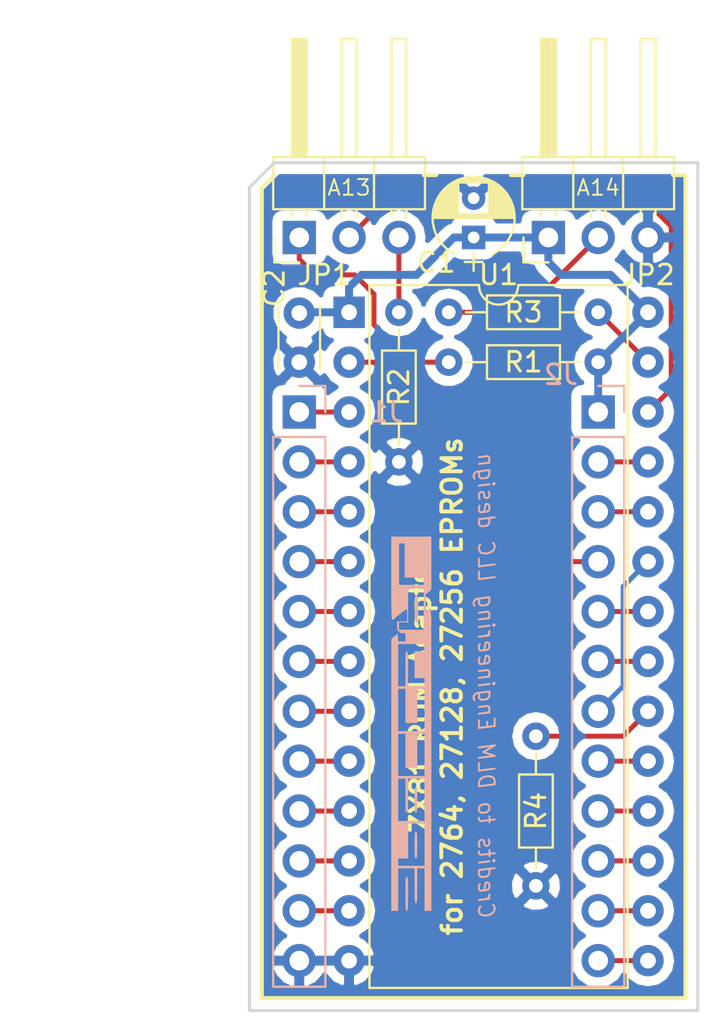
<source format=kicad_pcb>
(kicad_pcb (version 4) (host pcbnew 4.0.7)

  (general
    (links 40)
    (no_connects 0)
    (area 137.084999 101.524999 160.095001 144.855001)
    (thickness 1.6)
    (drawings 18)
    (tracks 63)
    (zones 0)
    (modules 12)
    (nets 31)
  )

  (page A4)
  (layers
    (0 F.Cu signal)
    (31 B.Cu signal)
    (32 B.Adhes user)
    (33 F.Adhes user)
    (34 B.Paste user)
    (35 F.Paste user)
    (36 B.SilkS user)
    (37 F.SilkS user)
    (38 B.Mask user)
    (39 F.Mask user)
    (40 Dwgs.User user)
    (41 Cmts.User user)
    (42 Eco1.User user)
    (43 Eco2.User user)
    (44 Edge.Cuts user)
    (45 Margin user)
    (46 B.CrtYd user)
    (47 F.CrtYd user)
    (48 B.Fab user)
    (49 F.Fab user)
  )

  (setup
    (last_trace_width 0.254)
    (trace_clearance 0.2032)
    (zone_clearance 0.508)
    (zone_45_only no)
    (trace_min 0.2032)
    (segment_width 0.2)
    (edge_width 0.15)
    (via_size 0.6096)
    (via_drill 0.4064)
    (via_min_size 0.4064)
    (via_min_drill 0.3048)
    (uvia_size 0.3)
    (uvia_drill 0.1)
    (uvias_allowed no)
    (uvia_min_size 0.2)
    (uvia_min_drill 0.1)
    (pcb_text_width 0.3)
    (pcb_text_size 1.5 1.5)
    (mod_edge_width 0.15)
    (mod_text_size 1 1)
    (mod_text_width 0.15)
    (pad_size 1.524 1.524)
    (pad_drill 0.762)
    (pad_to_mask_clearance 0.2)
    (aux_axis_origin 0 0)
    (visible_elements FFFFFF7F)
    (pcbplotparams
      (layerselection 0x00030_80000001)
      (usegerberextensions false)
      (excludeedgelayer true)
      (linewidth 0.100000)
      (plotframeref false)
      (viasonmask false)
      (mode 1)
      (useauxorigin false)
      (hpglpennumber 1)
      (hpglpenspeed 20)
      (hpglpendiameter 15)
      (hpglpenoverlay 2)
      (psnegative false)
      (psa4output false)
      (plotreference true)
      (plotvalue true)
      (plotinvisibletext false)
      (padsonsilk false)
      (subtractmaskfromsilk false)
      (outputformat 1)
      (mirror false)
      (drillshape 1)
      (scaleselection 1)
      (outputdirectory ""))
  )

  (net 0 "")
  (net 1 VCC)
  (net 2 GND)
  (net 3 A7)
  (net 4 A6)
  (net 5 A5)
  (net 6 A4)
  (net 7 A3)
  (net 8 A2)
  (net 9 A1)
  (net 10 A0)
  (net 11 D0)
  (net 12 D1)
  (net 13 A8)
  (net 14 A9)
  (net 15 A12)
  (net 16 ~CS~)
  (net 17 A10)
  (net 18 A11)
  (net 19 D7)
  (net 20 D6)
  (net 21 D5)
  (net 22 D4)
  (net 23 D3)
  (net 24 "Net-(JP2-Pad2)")
  (net 25 /A13)
  (net 26 D2)
  (net 27 /A14_PGM)
  (net 28 /~CE~)
  (net 29 "Net-(JP1-Pad1)")
  (net 30 "Net-(JP1-Pad3)")

  (net_class Default "This is the default net class."
    (clearance 0.2032)
    (trace_width 0.254)
    (via_dia 0.6096)
    (via_drill 0.4064)
    (uvia_dia 0.3)
    (uvia_drill 0.1)
    (add_net /A13)
    (add_net /A14_PGM)
    (add_net /~CE~)
    (add_net A0)
    (add_net A1)
    (add_net A10)
    (add_net A11)
    (add_net A12)
    (add_net A2)
    (add_net A3)
    (add_net A4)
    (add_net A5)
    (add_net A6)
    (add_net A7)
    (add_net A8)
    (add_net A9)
    (add_net D0)
    (add_net D1)
    (add_net D2)
    (add_net D3)
    (add_net D4)
    (add_net D5)
    (add_net D6)
    (add_net D7)
    (add_net "Net-(JP1-Pad1)")
    (add_net "Net-(JP1-Pad3)")
    (add_net "Net-(JP2-Pad2)")
    (add_net ~CS~)
  )

  (net_class PWR ""
    (clearance 0.2032)
    (trace_width 0.4064)
    (via_dia 0.6096)
    (via_drill 0.4064)
    (uvia_dia 0.3)
    (uvia_drill 0.1)
    (add_net GND)
    (add_net VCC)
  )

  (module Resistors_THT:R_Axial_DIN0204_L3.6mm_D1.6mm_P7.62mm_Horizontal (layer F.Cu) (tedit 5874F706) (tstamp 5AC13CBD)
    (at 154.94 109.22 180)
    (descr "Resistor, Axial_DIN0204 series, Axial, Horizontal, pin pitch=7.62mm, 0.16666666666666666W = 1/6W, length*diameter=3.6*1.6mm^2, http://cdn-reichelt.de/documents/datenblatt/B400/1_4W%23YAG.pdf")
    (tags "Resistor Axial_DIN0204 series Axial Horizontal pin pitch 7.62mm 0.16666666666666666W = 1/6W length 3.6mm diameter 1.6mm")
    (path /5A3B6E3D)
    (fp_text reference R3 (at 3.81 0 180) (layer F.SilkS)
      (effects (font (size 1 1) (thickness 0.15)))
    )
    (fp_text value 1k0 (at 3.81 1.86 180) (layer F.Fab)
      (effects (font (size 1 1) (thickness 0.15)))
    )
    (fp_line (start 2.01 -0.8) (end 2.01 0.8) (layer F.Fab) (width 0.1))
    (fp_line (start 2.01 0.8) (end 5.61 0.8) (layer F.Fab) (width 0.1))
    (fp_line (start 5.61 0.8) (end 5.61 -0.8) (layer F.Fab) (width 0.1))
    (fp_line (start 5.61 -0.8) (end 2.01 -0.8) (layer F.Fab) (width 0.1))
    (fp_line (start 0 0) (end 2.01 0) (layer F.Fab) (width 0.1))
    (fp_line (start 7.62 0) (end 5.61 0) (layer F.Fab) (width 0.1))
    (fp_line (start 1.95 -0.86) (end 1.95 0.86) (layer F.SilkS) (width 0.12))
    (fp_line (start 1.95 0.86) (end 5.67 0.86) (layer F.SilkS) (width 0.12))
    (fp_line (start 5.67 0.86) (end 5.67 -0.86) (layer F.SilkS) (width 0.12))
    (fp_line (start 5.67 -0.86) (end 1.95 -0.86) (layer F.SilkS) (width 0.12))
    (fp_line (start 0.88 0) (end 1.95 0) (layer F.SilkS) (width 0.12))
    (fp_line (start 6.74 0) (end 5.67 0) (layer F.SilkS) (width 0.12))
    (fp_line (start -0.95 -1.15) (end -0.95 1.15) (layer F.CrtYd) (width 0.05))
    (fp_line (start -0.95 1.15) (end 8.6 1.15) (layer F.CrtYd) (width 0.05))
    (fp_line (start 8.6 1.15) (end 8.6 -1.15) (layer F.CrtYd) (width 0.05))
    (fp_line (start 8.6 -1.15) (end -0.95 -1.15) (layer F.CrtYd) (width 0.05))
    (pad 1 thru_hole circle (at 0 0 180) (size 1.4 1.4) (drill 0.7) (layers *.Cu *.Mask)
      (net 27 /A14_PGM))
    (pad 2 thru_hole oval (at 7.62 0 180) (size 1.4 1.4) (drill 0.7) (layers *.Cu *.Mask)
      (net 24 "Net-(JP2-Pad2)"))
    (model ${KISYS3DMOD}/Resistors_THT.3dshapes/R_Axial_DIN0204_L3.6mm_D1.6mm_P7.62mm_Horizontal.wrl
      (at (xyz 0 0 0))
      (scale (xyz 0.393701 0.393701 0.393701))
      (rotate (xyz 0 0 0))
    )
  )

  (module Pin_Headers:Pin_Header_Straight_1x12_Pitch2.54mm (layer B.Cu) (tedit 5A3BF55A) (tstamp 5AC13C9D)
    (at 154.94 114.3 180)
    (descr "Through hole straight pin header, 1x12, 2.54mm pitch, single row")
    (tags "Through hole pin header THT 1x12 2.54mm single row")
    (path /5A3B6D10)
    (fp_text reference J2 (at 1.905 1.905 180) (layer B.SilkS)
      (effects (font (size 1 1) (thickness 0.15)) (justify mirror))
    )
    (fp_text value ROM2 (at 0 -30.27 180) (layer B.Fab)
      (effects (font (size 1 1) (thickness 0.15)) (justify mirror))
    )
    (fp_line (start -0.635 1.27) (end 1.27 1.27) (layer B.Fab) (width 0.1))
    (fp_line (start 1.27 1.27) (end 1.27 -29.21) (layer B.Fab) (width 0.1))
    (fp_line (start 1.27 -29.21) (end -1.27 -29.21) (layer B.Fab) (width 0.1))
    (fp_line (start -1.27 -29.21) (end -1.27 0.635) (layer B.Fab) (width 0.1))
    (fp_line (start -1.27 0.635) (end -0.635 1.27) (layer B.Fab) (width 0.1))
    (fp_line (start -1.33 -29.27) (end 1.33 -29.27) (layer B.SilkS) (width 0.12))
    (fp_line (start -1.33 -1.27) (end -1.33 -29.27) (layer B.SilkS) (width 0.12))
    (fp_line (start 1.33 -1.27) (end 1.33 -29.27) (layer B.SilkS) (width 0.12))
    (fp_line (start -1.33 -1.27) (end 1.33 -1.27) (layer B.SilkS) (width 0.12))
    (fp_line (start -1.33 0) (end -1.33 1.33) (layer B.SilkS) (width 0.12))
    (fp_line (start -1.33 1.33) (end 0 1.33) (layer B.SilkS) (width 0.12))
    (fp_line (start -1.8 1.8) (end -1.8 -29.75) (layer B.CrtYd) (width 0.05))
    (fp_line (start -1.8 -29.75) (end 1.8 -29.75) (layer B.CrtYd) (width 0.05))
    (fp_line (start 1.8 -29.75) (end 1.8 1.8) (layer B.CrtYd) (width 0.05))
    (fp_line (start 1.8 1.8) (end -1.8 1.8) (layer B.CrtYd) (width 0.05))
    (fp_text user %R (at 0 -13.97 450) (layer B.Fab)
      (effects (font (size 1 1) (thickness 0.15)) (justify mirror))
    )
    (pad 1 thru_hole rect (at 0 0 180) (size 1.7 1.7) (drill 1) (layers *.Cu *.Mask)
      (net 1 VCC))
    (pad 2 thru_hole oval (at 0 -2.54 180) (size 1.7 1.7) (drill 1) (layers *.Cu *.Mask)
      (net 13 A8))
    (pad 3 thru_hole oval (at 0 -5.08 180) (size 1.7 1.7) (drill 1) (layers *.Cu *.Mask)
      (net 14 A9))
    (pad 4 thru_hole oval (at 0 -7.62 180) (size 1.7 1.7) (drill 1) (layers *.Cu *.Mask)
      (net 15 A12))
    (pad 5 thru_hole oval (at 0 -10.16 180) (size 1.7 1.7) (drill 1) (layers *.Cu *.Mask)
      (net 16 ~CS~))
    (pad 6 thru_hole oval (at 0 -12.7 180) (size 1.7 1.7) (drill 1) (layers *.Cu *.Mask)
      (net 17 A10))
    (pad 7 thru_hole oval (at 0 -15.24 180) (size 1.7 1.7) (drill 1) (layers *.Cu *.Mask)
      (net 18 A11))
    (pad 8 thru_hole oval (at 0 -17.78 180) (size 1.7 1.7) (drill 1) (layers *.Cu *.Mask)
      (net 19 D7))
    (pad 9 thru_hole oval (at 0 -20.32 180) (size 1.7 1.7) (drill 1) (layers *.Cu *.Mask)
      (net 20 D6))
    (pad 10 thru_hole oval (at 0 -22.86 180) (size 1.7 1.7) (drill 1) (layers *.Cu *.Mask)
      (net 21 D5))
    (pad 11 thru_hole oval (at 0 -25.4 180) (size 1.7 1.7) (drill 1) (layers *.Cu *.Mask)
      (net 22 D4))
    (pad 12 thru_hole oval (at 0 -27.94 180) (size 1.7 1.7) (drill 1) (layers *.Cu *.Mask)
      (net 23 D3))
    (model ${KISYS3DMOD}/Pin_Headers.3dshapes/Pin_Header_Straight_1x12_Pitch2.54mm.wrl
      (at (xyz 0 0 0))
      (scale (xyz 1 1 1))
      (rotate (xyz 0 0 0))
    )
  )

  (module Pin_Headers:Pin_Header_Straight_1x12_Pitch2.54mm (layer B.Cu) (tedit 59650532) (tstamp 5AC13C8D)
    (at 139.7 114.3 180)
    (descr "Through hole straight pin header, 1x12, 2.54mm pitch, single row")
    (tags "Through hole pin header THT 1x12 2.54mm single row")
    (path /5A3B6CC6)
    (fp_text reference J1 (at -4.445 0 180) (layer B.SilkS)
      (effects (font (size 1 1) (thickness 0.15)) (justify mirror))
    )
    (fp_text value ROM1 (at 0 -30.27 180) (layer B.Fab)
      (effects (font (size 1 1) (thickness 0.15)) (justify mirror))
    )
    (fp_line (start -0.635 1.27) (end 1.27 1.27) (layer B.Fab) (width 0.1))
    (fp_line (start 1.27 1.27) (end 1.27 -29.21) (layer B.Fab) (width 0.1))
    (fp_line (start 1.27 -29.21) (end -1.27 -29.21) (layer B.Fab) (width 0.1))
    (fp_line (start -1.27 -29.21) (end -1.27 0.635) (layer B.Fab) (width 0.1))
    (fp_line (start -1.27 0.635) (end -0.635 1.27) (layer B.Fab) (width 0.1))
    (fp_line (start -1.33 -29.27) (end 1.33 -29.27) (layer B.SilkS) (width 0.12))
    (fp_line (start -1.33 -1.27) (end -1.33 -29.27) (layer B.SilkS) (width 0.12))
    (fp_line (start 1.33 -1.27) (end 1.33 -29.27) (layer B.SilkS) (width 0.12))
    (fp_line (start -1.33 -1.27) (end 1.33 -1.27) (layer B.SilkS) (width 0.12))
    (fp_line (start -1.33 0) (end -1.33 1.33) (layer B.SilkS) (width 0.12))
    (fp_line (start -1.33 1.33) (end 0 1.33) (layer B.SilkS) (width 0.12))
    (fp_line (start -1.8 1.8) (end -1.8 -29.75) (layer B.CrtYd) (width 0.05))
    (fp_line (start -1.8 -29.75) (end 1.8 -29.75) (layer B.CrtYd) (width 0.05))
    (fp_line (start 1.8 -29.75) (end 1.8 1.8) (layer B.CrtYd) (width 0.05))
    (fp_line (start 1.8 1.8) (end -1.8 1.8) (layer B.CrtYd) (width 0.05))
    (fp_text user %R (at 0 -13.97 450) (layer B.Fab)
      (effects (font (size 1 1) (thickness 0.15)) (justify mirror))
    )
    (pad 1 thru_hole rect (at 0 0 180) (size 1.7 1.7) (drill 1) (layers *.Cu *.Mask)
      (net 3 A7))
    (pad 2 thru_hole oval (at 0 -2.54 180) (size 1.7 1.7) (drill 1) (layers *.Cu *.Mask)
      (net 4 A6))
    (pad 3 thru_hole oval (at 0 -5.08 180) (size 1.7 1.7) (drill 1) (layers *.Cu *.Mask)
      (net 5 A5))
    (pad 4 thru_hole oval (at 0 -7.62 180) (size 1.7 1.7) (drill 1) (layers *.Cu *.Mask)
      (net 6 A4))
    (pad 5 thru_hole oval (at 0 -10.16 180) (size 1.7 1.7) (drill 1) (layers *.Cu *.Mask)
      (net 7 A3))
    (pad 6 thru_hole oval (at 0 -12.7 180) (size 1.7 1.7) (drill 1) (layers *.Cu *.Mask)
      (net 8 A2))
    (pad 7 thru_hole oval (at 0 -15.24 180) (size 1.7 1.7) (drill 1) (layers *.Cu *.Mask)
      (net 9 A1))
    (pad 8 thru_hole oval (at 0 -17.78 180) (size 1.7 1.7) (drill 1) (layers *.Cu *.Mask)
      (net 10 A0))
    (pad 9 thru_hole oval (at 0 -20.32 180) (size 1.7 1.7) (drill 1) (layers *.Cu *.Mask)
      (net 11 D0))
    (pad 10 thru_hole oval (at 0 -22.86 180) (size 1.7 1.7) (drill 1) (layers *.Cu *.Mask)
      (net 12 D1))
    (pad 11 thru_hole oval (at 0 -25.4 180) (size 1.7 1.7) (drill 1) (layers *.Cu *.Mask)
      (net 26 D2))
    (pad 12 thru_hole oval (at 0 -27.94 180) (size 1.7 1.7) (drill 1) (layers *.Cu *.Mask)
      (net 2 GND))
    (model ${KISYS3DMOD}/Pin_Headers.3dshapes/Pin_Header_Straight_1x12_Pitch2.54mm.wrl
      (at (xyz 0 0 0))
      (scale (xyz 1 1 1))
      (rotate (xyz 0 0 0))
    )
  )

  (module Pin_Headers:Pin_Header_Angled_1x03_Pitch2.54mm (layer F.Cu) (tedit 59650532) (tstamp 5AC13CA4)
    (at 139.7 105.41 90)
    (descr "Through hole angled pin header, 1x03, 2.54mm pitch, 6mm pin length, single row")
    (tags "Through hole angled pin header THT 1x03 2.54mm single row")
    (path /5A3B6D8A)
    (fp_text reference JP1 (at -1.905 1.27 360) (layer F.SilkS)
      (effects (font (size 1 1) (thickness 0.15)))
    )
    (fp_text value Conn_01x03 (at 4.385 7.35 90) (layer F.Fab)
      (effects (font (size 1 1) (thickness 0.15)))
    )
    (fp_line (start 2.135 -1.27) (end 4.04 -1.27) (layer F.Fab) (width 0.1))
    (fp_line (start 4.04 -1.27) (end 4.04 6.35) (layer F.Fab) (width 0.1))
    (fp_line (start 4.04 6.35) (end 1.5 6.35) (layer F.Fab) (width 0.1))
    (fp_line (start 1.5 6.35) (end 1.5 -0.635) (layer F.Fab) (width 0.1))
    (fp_line (start 1.5 -0.635) (end 2.135 -1.27) (layer F.Fab) (width 0.1))
    (fp_line (start -0.32 -0.32) (end 1.5 -0.32) (layer F.Fab) (width 0.1))
    (fp_line (start -0.32 -0.32) (end -0.32 0.32) (layer F.Fab) (width 0.1))
    (fp_line (start -0.32 0.32) (end 1.5 0.32) (layer F.Fab) (width 0.1))
    (fp_line (start 4.04 -0.32) (end 10.04 -0.32) (layer F.Fab) (width 0.1))
    (fp_line (start 10.04 -0.32) (end 10.04 0.32) (layer F.Fab) (width 0.1))
    (fp_line (start 4.04 0.32) (end 10.04 0.32) (layer F.Fab) (width 0.1))
    (fp_line (start -0.32 2.22) (end 1.5 2.22) (layer F.Fab) (width 0.1))
    (fp_line (start -0.32 2.22) (end -0.32 2.86) (layer F.Fab) (width 0.1))
    (fp_line (start -0.32 2.86) (end 1.5 2.86) (layer F.Fab) (width 0.1))
    (fp_line (start 4.04 2.22) (end 10.04 2.22) (layer F.Fab) (width 0.1))
    (fp_line (start 10.04 2.22) (end 10.04 2.86) (layer F.Fab) (width 0.1))
    (fp_line (start 4.04 2.86) (end 10.04 2.86) (layer F.Fab) (width 0.1))
    (fp_line (start -0.32 4.76) (end 1.5 4.76) (layer F.Fab) (width 0.1))
    (fp_line (start -0.32 4.76) (end -0.32 5.4) (layer F.Fab) (width 0.1))
    (fp_line (start -0.32 5.4) (end 1.5 5.4) (layer F.Fab) (width 0.1))
    (fp_line (start 4.04 4.76) (end 10.04 4.76) (layer F.Fab) (width 0.1))
    (fp_line (start 10.04 4.76) (end 10.04 5.4) (layer F.Fab) (width 0.1))
    (fp_line (start 4.04 5.4) (end 10.04 5.4) (layer F.Fab) (width 0.1))
    (fp_line (start 1.44 -1.33) (end 1.44 6.41) (layer F.SilkS) (width 0.12))
    (fp_line (start 1.44 6.41) (end 4.1 6.41) (layer F.SilkS) (width 0.12))
    (fp_line (start 4.1 6.41) (end 4.1 -1.33) (layer F.SilkS) (width 0.12))
    (fp_line (start 4.1 -1.33) (end 1.44 -1.33) (layer F.SilkS) (width 0.12))
    (fp_line (start 4.1 -0.38) (end 10.1 -0.38) (layer F.SilkS) (width 0.12))
    (fp_line (start 10.1 -0.38) (end 10.1 0.38) (layer F.SilkS) (width 0.12))
    (fp_line (start 10.1 0.38) (end 4.1 0.38) (layer F.SilkS) (width 0.12))
    (fp_line (start 4.1 -0.32) (end 10.1 -0.32) (layer F.SilkS) (width 0.12))
    (fp_line (start 4.1 -0.2) (end 10.1 -0.2) (layer F.SilkS) (width 0.12))
    (fp_line (start 4.1 -0.08) (end 10.1 -0.08) (layer F.SilkS) (width 0.12))
    (fp_line (start 4.1 0.04) (end 10.1 0.04) (layer F.SilkS) (width 0.12))
    (fp_line (start 4.1 0.16) (end 10.1 0.16) (layer F.SilkS) (width 0.12))
    (fp_line (start 4.1 0.28) (end 10.1 0.28) (layer F.SilkS) (width 0.12))
    (fp_line (start 1.11 -0.38) (end 1.44 -0.38) (layer F.SilkS) (width 0.12))
    (fp_line (start 1.11 0.38) (end 1.44 0.38) (layer F.SilkS) (width 0.12))
    (fp_line (start 1.44 1.27) (end 4.1 1.27) (layer F.SilkS) (width 0.12))
    (fp_line (start 4.1 2.16) (end 10.1 2.16) (layer F.SilkS) (width 0.12))
    (fp_line (start 10.1 2.16) (end 10.1 2.92) (layer F.SilkS) (width 0.12))
    (fp_line (start 10.1 2.92) (end 4.1 2.92) (layer F.SilkS) (width 0.12))
    (fp_line (start 1.042929 2.16) (end 1.44 2.16) (layer F.SilkS) (width 0.12))
    (fp_line (start 1.042929 2.92) (end 1.44 2.92) (layer F.SilkS) (width 0.12))
    (fp_line (start 1.44 3.81) (end 4.1 3.81) (layer F.SilkS) (width 0.12))
    (fp_line (start 4.1 4.7) (end 10.1 4.7) (layer F.SilkS) (width 0.12))
    (fp_line (start 10.1 4.7) (end 10.1 5.46) (layer F.SilkS) (width 0.12))
    (fp_line (start 10.1 5.46) (end 4.1 5.46) (layer F.SilkS) (width 0.12))
    (fp_line (start 1.042929 4.7) (end 1.44 4.7) (layer F.SilkS) (width 0.12))
    (fp_line (start 1.042929 5.46) (end 1.44 5.46) (layer F.SilkS) (width 0.12))
    (fp_line (start -1.27 0) (end -1.27 -1.27) (layer F.SilkS) (width 0.12))
    (fp_line (start -1.27 -1.27) (end 0 -1.27) (layer F.SilkS) (width 0.12))
    (fp_line (start -1.8 -1.8) (end -1.8 6.85) (layer F.CrtYd) (width 0.05))
    (fp_line (start -1.8 6.85) (end 10.55 6.85) (layer F.CrtYd) (width 0.05))
    (fp_line (start 10.55 6.85) (end 10.55 -1.8) (layer F.CrtYd) (width 0.05))
    (fp_line (start 10.55 -1.8) (end -1.8 -1.8) (layer F.CrtYd) (width 0.05))
    (fp_text user %R (at 2.77 2.54 180) (layer F.Fab)
      (effects (font (size 1 1) (thickness 0.15)))
    )
    (pad 1 thru_hole rect (at 0 0 90) (size 1.7 1.7) (drill 1) (layers *.Cu *.Mask)
      (net 29 "Net-(JP1-Pad1)"))
    (pad 2 thru_hole oval (at 0 2.54 90) (size 1.7 1.7) (drill 1) (layers *.Cu *.Mask)
      (net 25 /A13))
    (pad 3 thru_hole oval (at 0 5.08 90) (size 1.7 1.7) (drill 1) (layers *.Cu *.Mask)
      (net 30 "Net-(JP1-Pad3)"))
    (model ${KISYS3DMOD}/Pin_Headers.3dshapes/Pin_Header_Angled_1x03_Pitch2.54mm.wrl
      (at (xyz 0 0 0))
      (scale (xyz 1 1 1))
      (rotate (xyz 0 0 0))
    )
  )

  (module Pin_Headers:Pin_Header_Angled_1x03_Pitch2.54mm (layer F.Cu) (tedit 59650532) (tstamp 5AC13CAB)
    (at 152.4 105.41 90)
    (descr "Through hole angled pin header, 1x03, 2.54mm pitch, 6mm pin length, single row")
    (tags "Through hole angled pin header THT 1x03 2.54mm single row")
    (path /5A3B6E0F)
    (fp_text reference JP2 (at -1.905 5.08 180) (layer F.SilkS)
      (effects (font (size 1 1) (thickness 0.15)))
    )
    (fp_text value Conn_01x03 (at 4.385 7.35 90) (layer F.Fab)
      (effects (font (size 1 1) (thickness 0.15)))
    )
    (fp_line (start 2.135 -1.27) (end 4.04 -1.27) (layer F.Fab) (width 0.1))
    (fp_line (start 4.04 -1.27) (end 4.04 6.35) (layer F.Fab) (width 0.1))
    (fp_line (start 4.04 6.35) (end 1.5 6.35) (layer F.Fab) (width 0.1))
    (fp_line (start 1.5 6.35) (end 1.5 -0.635) (layer F.Fab) (width 0.1))
    (fp_line (start 1.5 -0.635) (end 2.135 -1.27) (layer F.Fab) (width 0.1))
    (fp_line (start -0.32 -0.32) (end 1.5 -0.32) (layer F.Fab) (width 0.1))
    (fp_line (start -0.32 -0.32) (end -0.32 0.32) (layer F.Fab) (width 0.1))
    (fp_line (start -0.32 0.32) (end 1.5 0.32) (layer F.Fab) (width 0.1))
    (fp_line (start 4.04 -0.32) (end 10.04 -0.32) (layer F.Fab) (width 0.1))
    (fp_line (start 10.04 -0.32) (end 10.04 0.32) (layer F.Fab) (width 0.1))
    (fp_line (start 4.04 0.32) (end 10.04 0.32) (layer F.Fab) (width 0.1))
    (fp_line (start -0.32 2.22) (end 1.5 2.22) (layer F.Fab) (width 0.1))
    (fp_line (start -0.32 2.22) (end -0.32 2.86) (layer F.Fab) (width 0.1))
    (fp_line (start -0.32 2.86) (end 1.5 2.86) (layer F.Fab) (width 0.1))
    (fp_line (start 4.04 2.22) (end 10.04 2.22) (layer F.Fab) (width 0.1))
    (fp_line (start 10.04 2.22) (end 10.04 2.86) (layer F.Fab) (width 0.1))
    (fp_line (start 4.04 2.86) (end 10.04 2.86) (layer F.Fab) (width 0.1))
    (fp_line (start -0.32 4.76) (end 1.5 4.76) (layer F.Fab) (width 0.1))
    (fp_line (start -0.32 4.76) (end -0.32 5.4) (layer F.Fab) (width 0.1))
    (fp_line (start -0.32 5.4) (end 1.5 5.4) (layer F.Fab) (width 0.1))
    (fp_line (start 4.04 4.76) (end 10.04 4.76) (layer F.Fab) (width 0.1))
    (fp_line (start 10.04 4.76) (end 10.04 5.4) (layer F.Fab) (width 0.1))
    (fp_line (start 4.04 5.4) (end 10.04 5.4) (layer F.Fab) (width 0.1))
    (fp_line (start 1.44 -1.33) (end 1.44 6.41) (layer F.SilkS) (width 0.12))
    (fp_line (start 1.44 6.41) (end 4.1 6.41) (layer F.SilkS) (width 0.12))
    (fp_line (start 4.1 6.41) (end 4.1 -1.33) (layer F.SilkS) (width 0.12))
    (fp_line (start 4.1 -1.33) (end 1.44 -1.33) (layer F.SilkS) (width 0.12))
    (fp_line (start 4.1 -0.38) (end 10.1 -0.38) (layer F.SilkS) (width 0.12))
    (fp_line (start 10.1 -0.38) (end 10.1 0.38) (layer F.SilkS) (width 0.12))
    (fp_line (start 10.1 0.38) (end 4.1 0.38) (layer F.SilkS) (width 0.12))
    (fp_line (start 4.1 -0.32) (end 10.1 -0.32) (layer F.SilkS) (width 0.12))
    (fp_line (start 4.1 -0.2) (end 10.1 -0.2) (layer F.SilkS) (width 0.12))
    (fp_line (start 4.1 -0.08) (end 10.1 -0.08) (layer F.SilkS) (width 0.12))
    (fp_line (start 4.1 0.04) (end 10.1 0.04) (layer F.SilkS) (width 0.12))
    (fp_line (start 4.1 0.16) (end 10.1 0.16) (layer F.SilkS) (width 0.12))
    (fp_line (start 4.1 0.28) (end 10.1 0.28) (layer F.SilkS) (width 0.12))
    (fp_line (start 1.11 -0.38) (end 1.44 -0.38) (layer F.SilkS) (width 0.12))
    (fp_line (start 1.11 0.38) (end 1.44 0.38) (layer F.SilkS) (width 0.12))
    (fp_line (start 1.44 1.27) (end 4.1 1.27) (layer F.SilkS) (width 0.12))
    (fp_line (start 4.1 2.16) (end 10.1 2.16) (layer F.SilkS) (width 0.12))
    (fp_line (start 10.1 2.16) (end 10.1 2.92) (layer F.SilkS) (width 0.12))
    (fp_line (start 10.1 2.92) (end 4.1 2.92) (layer F.SilkS) (width 0.12))
    (fp_line (start 1.042929 2.16) (end 1.44 2.16) (layer F.SilkS) (width 0.12))
    (fp_line (start 1.042929 2.92) (end 1.44 2.92) (layer F.SilkS) (width 0.12))
    (fp_line (start 1.44 3.81) (end 4.1 3.81) (layer F.SilkS) (width 0.12))
    (fp_line (start 4.1 4.7) (end 10.1 4.7) (layer F.SilkS) (width 0.12))
    (fp_line (start 10.1 4.7) (end 10.1 5.46) (layer F.SilkS) (width 0.12))
    (fp_line (start 10.1 5.46) (end 4.1 5.46) (layer F.SilkS) (width 0.12))
    (fp_line (start 1.042929 4.7) (end 1.44 4.7) (layer F.SilkS) (width 0.12))
    (fp_line (start 1.042929 5.46) (end 1.44 5.46) (layer F.SilkS) (width 0.12))
    (fp_line (start -1.27 0) (end -1.27 -1.27) (layer F.SilkS) (width 0.12))
    (fp_line (start -1.27 -1.27) (end 0 -1.27) (layer F.SilkS) (width 0.12))
    (fp_line (start -1.8 -1.8) (end -1.8 6.85) (layer F.CrtYd) (width 0.05))
    (fp_line (start -1.8 6.85) (end 10.55 6.85) (layer F.CrtYd) (width 0.05))
    (fp_line (start 10.55 6.85) (end 10.55 -1.8) (layer F.CrtYd) (width 0.05))
    (fp_line (start 10.55 -1.8) (end -1.8 -1.8) (layer F.CrtYd) (width 0.05))
    (fp_text user %R (at 2.77 2.54 180) (layer F.Fab)
      (effects (font (size 1 1) (thickness 0.15)))
    )
    (pad 1 thru_hole rect (at 0 0 90) (size 1.7 1.7) (drill 1) (layers *.Cu *.Mask)
      (net 1 VCC))
    (pad 2 thru_hole oval (at 0 2.54 90) (size 1.7 1.7) (drill 1) (layers *.Cu *.Mask)
      (net 24 "Net-(JP2-Pad2)"))
    (pad 3 thru_hole oval (at 0 5.08 90) (size 1.7 1.7) (drill 1) (layers *.Cu *.Mask)
      (net 2 GND))
    (model ${KISYS3DMOD}/Pin_Headers.3dshapes/Pin_Header_Angled_1x03_Pitch2.54mm.wrl
      (at (xyz 0 0 0))
      (scale (xyz 1 1 1))
      (rotate (xyz 0 0 0))
    )
  )

  (module Resistors_THT:R_Axial_DIN0204_L3.6mm_D1.6mm_P7.62mm_Horizontal (layer F.Cu) (tedit 5874F706) (tstamp 5AC13CB1)
    (at 147.32 111.76)
    (descr "Resistor, Axial_DIN0204 series, Axial, Horizontal, pin pitch=7.62mm, 0.16666666666666666W = 1/6W, length*diameter=3.6*1.6mm^2, http://cdn-reichelt.de/documents/datenblatt/B400/1_4W%23YAG.pdf")
    (tags "Resistor Axial_DIN0204 series Axial Horizontal pin pitch 7.62mm 0.16666666666666666W = 1/6W length 3.6mm diameter 1.6mm")
    (path /5A3B7081)
    (fp_text reference R1 (at 3.81 0) (layer F.SilkS)
      (effects (font (size 1 1) (thickness 0.15)))
    )
    (fp_text value 1k0 (at 3.81 1.86) (layer F.Fab)
      (effects (font (size 1 1) (thickness 0.15)))
    )
    (fp_line (start 2.01 -0.8) (end 2.01 0.8) (layer F.Fab) (width 0.1))
    (fp_line (start 2.01 0.8) (end 5.61 0.8) (layer F.Fab) (width 0.1))
    (fp_line (start 5.61 0.8) (end 5.61 -0.8) (layer F.Fab) (width 0.1))
    (fp_line (start 5.61 -0.8) (end 2.01 -0.8) (layer F.Fab) (width 0.1))
    (fp_line (start 0 0) (end 2.01 0) (layer F.Fab) (width 0.1))
    (fp_line (start 7.62 0) (end 5.61 0) (layer F.Fab) (width 0.1))
    (fp_line (start 1.95 -0.86) (end 1.95 0.86) (layer F.SilkS) (width 0.12))
    (fp_line (start 1.95 0.86) (end 5.67 0.86) (layer F.SilkS) (width 0.12))
    (fp_line (start 5.67 0.86) (end 5.67 -0.86) (layer F.SilkS) (width 0.12))
    (fp_line (start 5.67 -0.86) (end 1.95 -0.86) (layer F.SilkS) (width 0.12))
    (fp_line (start 0.88 0) (end 1.95 0) (layer F.SilkS) (width 0.12))
    (fp_line (start 6.74 0) (end 5.67 0) (layer F.SilkS) (width 0.12))
    (fp_line (start -0.95 -1.15) (end -0.95 1.15) (layer F.CrtYd) (width 0.05))
    (fp_line (start -0.95 1.15) (end 8.6 1.15) (layer F.CrtYd) (width 0.05))
    (fp_line (start 8.6 1.15) (end 8.6 -1.15) (layer F.CrtYd) (width 0.05))
    (fp_line (start 8.6 -1.15) (end -0.95 -1.15) (layer F.CrtYd) (width 0.05))
    (pad 1 thru_hole circle (at 0 0) (size 1.4 1.4) (drill 0.7) (layers *.Cu *.Mask)
      (net 29 "Net-(JP1-Pad1)"))
    (pad 2 thru_hole oval (at 7.62 0) (size 1.4 1.4) (drill 0.7) (layers *.Cu *.Mask)
      (net 1 VCC))
    (model ${KISYS3DMOD}/Resistors_THT.3dshapes/R_Axial_DIN0204_L3.6mm_D1.6mm_P7.62mm_Horizontal.wrl
      (at (xyz 0 0 0))
      (scale (xyz 0.393701 0.393701 0.393701))
      (rotate (xyz 0 0 0))
    )
  )

  (module Resistors_THT:R_Axial_DIN0204_L3.6mm_D1.6mm_P7.62mm_Horizontal (layer F.Cu) (tedit 5874F706) (tstamp 5AC13CB7)
    (at 144.78 116.84 90)
    (descr "Resistor, Axial_DIN0204 series, Axial, Horizontal, pin pitch=7.62mm, 0.16666666666666666W = 1/6W, length*diameter=3.6*1.6mm^2, http://cdn-reichelt.de/documents/datenblatt/B400/1_4W%23YAG.pdf")
    (tags "Resistor Axial_DIN0204 series Axial Horizontal pin pitch 7.62mm 0.16666666666666666W = 1/6W length 3.6mm diameter 1.6mm")
    (path /5A3BF4B5)
    (fp_text reference R2 (at 3.81 0 90) (layer F.SilkS)
      (effects (font (size 1 1) (thickness 0.15)))
    )
    (fp_text value 1k0 (at 3.81 1.86 90) (layer F.Fab)
      (effects (font (size 1 1) (thickness 0.15)))
    )
    (fp_line (start 2.01 -0.8) (end 2.01 0.8) (layer F.Fab) (width 0.1))
    (fp_line (start 2.01 0.8) (end 5.61 0.8) (layer F.Fab) (width 0.1))
    (fp_line (start 5.61 0.8) (end 5.61 -0.8) (layer F.Fab) (width 0.1))
    (fp_line (start 5.61 -0.8) (end 2.01 -0.8) (layer F.Fab) (width 0.1))
    (fp_line (start 0 0) (end 2.01 0) (layer F.Fab) (width 0.1))
    (fp_line (start 7.62 0) (end 5.61 0) (layer F.Fab) (width 0.1))
    (fp_line (start 1.95 -0.86) (end 1.95 0.86) (layer F.SilkS) (width 0.12))
    (fp_line (start 1.95 0.86) (end 5.67 0.86) (layer F.SilkS) (width 0.12))
    (fp_line (start 5.67 0.86) (end 5.67 -0.86) (layer F.SilkS) (width 0.12))
    (fp_line (start 5.67 -0.86) (end 1.95 -0.86) (layer F.SilkS) (width 0.12))
    (fp_line (start 0.88 0) (end 1.95 0) (layer F.SilkS) (width 0.12))
    (fp_line (start 6.74 0) (end 5.67 0) (layer F.SilkS) (width 0.12))
    (fp_line (start -0.95 -1.15) (end -0.95 1.15) (layer F.CrtYd) (width 0.05))
    (fp_line (start -0.95 1.15) (end 8.6 1.15) (layer F.CrtYd) (width 0.05))
    (fp_line (start 8.6 1.15) (end 8.6 -1.15) (layer F.CrtYd) (width 0.05))
    (fp_line (start 8.6 -1.15) (end -0.95 -1.15) (layer F.CrtYd) (width 0.05))
    (pad 1 thru_hole circle (at 0 0 90) (size 1.4 1.4) (drill 0.7) (layers *.Cu *.Mask)
      (net 2 GND))
    (pad 2 thru_hole oval (at 7.62 0 90) (size 1.4 1.4) (drill 0.7) (layers *.Cu *.Mask)
      (net 30 "Net-(JP1-Pad3)"))
    (model ${KISYS3DMOD}/Resistors_THT.3dshapes/R_Axial_DIN0204_L3.6mm_D1.6mm_P7.62mm_Horizontal.wrl
      (at (xyz 0 0 0))
      (scale (xyz 0.393701 0.393701 0.393701))
      (rotate (xyz 0 0 0))
    )
  )

  (module Housings_DIP:DIP-28_W15.24mm (layer F.Cu) (tedit 58CC8E2F) (tstamp 5AC13CDD)
    (at 142.24 109.22)
    (descr "28-lead dip package, row spacing 15.24 mm (600 mils)")
    (tags "DIL DIP PDIP 2.54mm 15.24mm 600mil")
    (path /5A3B6C8D)
    (fp_text reference U1 (at 7.62 -1.905) (layer F.SilkS)
      (effects (font (size 1 1) (thickness 0.15)))
    )
    (fp_text value 27C256 (at 7.62 35.41) (layer F.Fab)
      (effects (font (size 1 1) (thickness 0.15)))
    )
    (fp_text user %R (at 7.62 16.51) (layer F.Fab)
      (effects (font (size 1 1) (thickness 0.15)))
    )
    (fp_line (start 1.255 -1.27) (end 14.985 -1.27) (layer F.Fab) (width 0.1))
    (fp_line (start 14.985 -1.27) (end 14.985 34.29) (layer F.Fab) (width 0.1))
    (fp_line (start 14.985 34.29) (end 0.255 34.29) (layer F.Fab) (width 0.1))
    (fp_line (start 0.255 34.29) (end 0.255 -0.27) (layer F.Fab) (width 0.1))
    (fp_line (start 0.255 -0.27) (end 1.255 -1.27) (layer F.Fab) (width 0.1))
    (fp_line (start 6.62 -1.39) (end 1.04 -1.39) (layer F.SilkS) (width 0.12))
    (fp_line (start 1.04 -1.39) (end 1.04 34.41) (layer F.SilkS) (width 0.12))
    (fp_line (start 1.04 34.41) (end 14.2 34.41) (layer F.SilkS) (width 0.12))
    (fp_line (start 14.2 34.41) (end 14.2 -1.39) (layer F.SilkS) (width 0.12))
    (fp_line (start 14.2 -1.39) (end 8.62 -1.39) (layer F.SilkS) (width 0.12))
    (fp_line (start -1.1 -1.6) (end -1.1 34.6) (layer F.CrtYd) (width 0.05))
    (fp_line (start -1.1 34.6) (end 16.3 34.6) (layer F.CrtYd) (width 0.05))
    (fp_line (start 16.3 34.6) (end 16.3 -1.6) (layer F.CrtYd) (width 0.05))
    (fp_line (start 16.3 -1.6) (end -1.1 -1.6) (layer F.CrtYd) (width 0.05))
    (fp_arc (start 7.62 -1.39) (end 6.62 -1.39) (angle -180) (layer F.SilkS) (width 0.12))
    (pad 1 thru_hole rect (at 0 0) (size 1.6 1.6) (drill 0.8) (layers *.Cu *.Mask)
      (net 1 VCC))
    (pad 15 thru_hole oval (at 15.24 33.02) (size 1.6 1.6) (drill 0.8) (layers *.Cu *.Mask)
      (net 23 D3))
    (pad 2 thru_hole oval (at 0 2.54) (size 1.6 1.6) (drill 0.8) (layers *.Cu *.Mask)
      (net 15 A12))
    (pad 16 thru_hole oval (at 15.24 30.48) (size 1.6 1.6) (drill 0.8) (layers *.Cu *.Mask)
      (net 22 D4))
    (pad 3 thru_hole oval (at 0 5.08) (size 1.6 1.6) (drill 0.8) (layers *.Cu *.Mask)
      (net 3 A7))
    (pad 17 thru_hole oval (at 15.24 27.94) (size 1.6 1.6) (drill 0.8) (layers *.Cu *.Mask)
      (net 21 D5))
    (pad 4 thru_hole oval (at 0 7.62) (size 1.6 1.6) (drill 0.8) (layers *.Cu *.Mask)
      (net 4 A6))
    (pad 18 thru_hole oval (at 15.24 25.4) (size 1.6 1.6) (drill 0.8) (layers *.Cu *.Mask)
      (net 20 D6))
    (pad 5 thru_hole oval (at 0 10.16) (size 1.6 1.6) (drill 0.8) (layers *.Cu *.Mask)
      (net 5 A5))
    (pad 19 thru_hole oval (at 15.24 22.86) (size 1.6 1.6) (drill 0.8) (layers *.Cu *.Mask)
      (net 19 D7))
    (pad 6 thru_hole oval (at 0 12.7) (size 1.6 1.6) (drill 0.8) (layers *.Cu *.Mask)
      (net 6 A4))
    (pad 20 thru_hole oval (at 15.24 20.32) (size 1.6 1.6) (drill 0.8) (layers *.Cu *.Mask)
      (net 28 /~CE~))
    (pad 7 thru_hole oval (at 0 15.24) (size 1.6 1.6) (drill 0.8) (layers *.Cu *.Mask)
      (net 7 A3))
    (pad 21 thru_hole oval (at 15.24 17.78) (size 1.6 1.6) (drill 0.8) (layers *.Cu *.Mask)
      (net 17 A10))
    (pad 8 thru_hole oval (at 0 17.78) (size 1.6 1.6) (drill 0.8) (layers *.Cu *.Mask)
      (net 8 A2))
    (pad 22 thru_hole oval (at 15.24 15.24) (size 1.6 1.6) (drill 0.8) (layers *.Cu *.Mask)
      (net 16 ~CS~))
    (pad 9 thru_hole oval (at 0 20.32) (size 1.6 1.6) (drill 0.8) (layers *.Cu *.Mask)
      (net 9 A1))
    (pad 23 thru_hole oval (at 15.24 12.7) (size 1.6 1.6) (drill 0.8) (layers *.Cu *.Mask)
      (net 18 A11))
    (pad 10 thru_hole oval (at 0 22.86) (size 1.6 1.6) (drill 0.8) (layers *.Cu *.Mask)
      (net 10 A0))
    (pad 24 thru_hole oval (at 15.24 10.16) (size 1.6 1.6) (drill 0.8) (layers *.Cu *.Mask)
      (net 14 A9))
    (pad 11 thru_hole oval (at 0 25.4) (size 1.6 1.6) (drill 0.8) (layers *.Cu *.Mask)
      (net 11 D0))
    (pad 25 thru_hole oval (at 15.24 7.62) (size 1.6 1.6) (drill 0.8) (layers *.Cu *.Mask)
      (net 13 A8))
    (pad 12 thru_hole oval (at 0 27.94) (size 1.6 1.6) (drill 0.8) (layers *.Cu *.Mask)
      (net 12 D1))
    (pad 26 thru_hole oval (at 15.24 5.08) (size 1.6 1.6) (drill 0.8) (layers *.Cu *.Mask)
      (net 25 /A13))
    (pad 13 thru_hole oval (at 0 30.48) (size 1.6 1.6) (drill 0.8) (layers *.Cu *.Mask)
      (net 26 D2))
    (pad 27 thru_hole oval (at 15.24 2.54) (size 1.6 1.6) (drill 0.8) (layers *.Cu *.Mask)
      (net 27 /A14_PGM))
    (pad 14 thru_hole oval (at 0 33.02) (size 1.6 1.6) (drill 0.8) (layers *.Cu *.Mask)
      (net 2 GND))
    (pad 28 thru_hole oval (at 15.24 0) (size 1.6 1.6) (drill 0.8) (layers *.Cu *.Mask)
      (net 1 VCC))
    (model ${KISYS3DMOD}/Housings_DIP.3dshapes/DIP-28_W15.24mm.wrl
      (at (xyz 0 0 0))
      (scale (xyz 1 1 1))
      (rotate (xyz 0 0 0))
    )
  )

  (module Capacitors_THT:CP_Radial_D4.0mm_P2.00mm (layer F.Cu) (tedit 5A3BF4DB) (tstamp 5AC13DFD)
    (at 148.59 105.41 90)
    (descr "CP, Radial series, Radial, pin pitch=2.00mm, , diameter=4mm, Electrolytic Capacitor")
    (tags "CP Radial series Radial pin pitch 2.00mm  diameter 4mm Electrolytic Capacitor")
    (path /5A3B6EC1)
    (fp_text reference C1 (at -1.27 -1.905 180) (layer F.SilkS)
      (effects (font (size 1 1) (thickness 0.15)))
    )
    (fp_text value 4.7uF (at 1 3.31 90) (layer F.Fab)
      (effects (font (size 1 1) (thickness 0.15)))
    )
    (fp_arc (start 1 0) (end -0.845996 -0.98) (angle 124.1) (layer F.SilkS) (width 0.12))
    (fp_arc (start 1 0) (end -0.845996 0.98) (angle -124.1) (layer F.SilkS) (width 0.12))
    (fp_arc (start 1 0) (end 2.845996 -0.98) (angle 55.9) (layer F.SilkS) (width 0.12))
    (fp_circle (center 1 0) (end 3 0) (layer F.Fab) (width 0.1))
    (fp_line (start -1.7 0) (end -0.8 0) (layer F.Fab) (width 0.1))
    (fp_line (start -1.25 -0.45) (end -1.25 0.45) (layer F.Fab) (width 0.1))
    (fp_line (start 1 -2.05) (end 1 2.05) (layer F.SilkS) (width 0.12))
    (fp_line (start 1.04 -2.05) (end 1.04 2.05) (layer F.SilkS) (width 0.12))
    (fp_line (start 1.08 -2.049) (end 1.08 2.049) (layer F.SilkS) (width 0.12))
    (fp_line (start 1.12 -2.047) (end 1.12 2.047) (layer F.SilkS) (width 0.12))
    (fp_line (start 1.16 -2.044) (end 1.16 2.044) (layer F.SilkS) (width 0.12))
    (fp_line (start 1.2 -2.041) (end 1.2 2.041) (layer F.SilkS) (width 0.12))
    (fp_line (start 1.24 -2.037) (end 1.24 -0.78) (layer F.SilkS) (width 0.12))
    (fp_line (start 1.24 0.78) (end 1.24 2.037) (layer F.SilkS) (width 0.12))
    (fp_line (start 1.28 -2.032) (end 1.28 -0.78) (layer F.SilkS) (width 0.12))
    (fp_line (start 1.28 0.78) (end 1.28 2.032) (layer F.SilkS) (width 0.12))
    (fp_line (start 1.32 -2.026) (end 1.32 -0.78) (layer F.SilkS) (width 0.12))
    (fp_line (start 1.32 0.78) (end 1.32 2.026) (layer F.SilkS) (width 0.12))
    (fp_line (start 1.36 -2.019) (end 1.36 -0.78) (layer F.SilkS) (width 0.12))
    (fp_line (start 1.36 0.78) (end 1.36 2.019) (layer F.SilkS) (width 0.12))
    (fp_line (start 1.4 -2.012) (end 1.4 -0.78) (layer F.SilkS) (width 0.12))
    (fp_line (start 1.4 0.78) (end 1.4 2.012) (layer F.SilkS) (width 0.12))
    (fp_line (start 1.44 -2.004) (end 1.44 -0.78) (layer F.SilkS) (width 0.12))
    (fp_line (start 1.44 0.78) (end 1.44 2.004) (layer F.SilkS) (width 0.12))
    (fp_line (start 1.48 -1.995) (end 1.48 -0.78) (layer F.SilkS) (width 0.12))
    (fp_line (start 1.48 0.78) (end 1.48 1.995) (layer F.SilkS) (width 0.12))
    (fp_line (start 1.52 -1.985) (end 1.52 -0.78) (layer F.SilkS) (width 0.12))
    (fp_line (start 1.52 0.78) (end 1.52 1.985) (layer F.SilkS) (width 0.12))
    (fp_line (start 1.56 -1.974) (end 1.56 -0.78) (layer F.SilkS) (width 0.12))
    (fp_line (start 1.56 0.78) (end 1.56 1.974) (layer F.SilkS) (width 0.12))
    (fp_line (start 1.6 -1.963) (end 1.6 -0.78) (layer F.SilkS) (width 0.12))
    (fp_line (start 1.6 0.78) (end 1.6 1.963) (layer F.SilkS) (width 0.12))
    (fp_line (start 1.64 -1.95) (end 1.64 -0.78) (layer F.SilkS) (width 0.12))
    (fp_line (start 1.64 0.78) (end 1.64 1.95) (layer F.SilkS) (width 0.12))
    (fp_line (start 1.68 -1.937) (end 1.68 -0.78) (layer F.SilkS) (width 0.12))
    (fp_line (start 1.68 0.78) (end 1.68 1.937) (layer F.SilkS) (width 0.12))
    (fp_line (start 1.721 -1.923) (end 1.721 -0.78) (layer F.SilkS) (width 0.12))
    (fp_line (start 1.721 0.78) (end 1.721 1.923) (layer F.SilkS) (width 0.12))
    (fp_line (start 1.761 -1.907) (end 1.761 -0.78) (layer F.SilkS) (width 0.12))
    (fp_line (start 1.761 0.78) (end 1.761 1.907) (layer F.SilkS) (width 0.12))
    (fp_line (start 1.801 -1.891) (end 1.801 -0.78) (layer F.SilkS) (width 0.12))
    (fp_line (start 1.801 0.78) (end 1.801 1.891) (layer F.SilkS) (width 0.12))
    (fp_line (start 1.841 -1.874) (end 1.841 -0.78) (layer F.SilkS) (width 0.12))
    (fp_line (start 1.841 0.78) (end 1.841 1.874) (layer F.SilkS) (width 0.12))
    (fp_line (start 1.881 -1.856) (end 1.881 -0.78) (layer F.SilkS) (width 0.12))
    (fp_line (start 1.881 0.78) (end 1.881 1.856) (layer F.SilkS) (width 0.12))
    (fp_line (start 1.921 -1.837) (end 1.921 -0.78) (layer F.SilkS) (width 0.12))
    (fp_line (start 1.921 0.78) (end 1.921 1.837) (layer F.SilkS) (width 0.12))
    (fp_line (start 1.961 -1.817) (end 1.961 -0.78) (layer F.SilkS) (width 0.12))
    (fp_line (start 1.961 0.78) (end 1.961 1.817) (layer F.SilkS) (width 0.12))
    (fp_line (start 2.001 -1.796) (end 2.001 -0.78) (layer F.SilkS) (width 0.12))
    (fp_line (start 2.001 0.78) (end 2.001 1.796) (layer F.SilkS) (width 0.12))
    (fp_line (start 2.041 -1.773) (end 2.041 -0.78) (layer F.SilkS) (width 0.12))
    (fp_line (start 2.041 0.78) (end 2.041 1.773) (layer F.SilkS) (width 0.12))
    (fp_line (start 2.081 -1.75) (end 2.081 -0.78) (layer F.SilkS) (width 0.12))
    (fp_line (start 2.081 0.78) (end 2.081 1.75) (layer F.SilkS) (width 0.12))
    (fp_line (start 2.121 -1.725) (end 2.121 -0.78) (layer F.SilkS) (width 0.12))
    (fp_line (start 2.121 0.78) (end 2.121 1.725) (layer F.SilkS) (width 0.12))
    (fp_line (start 2.161 -1.699) (end 2.161 -0.78) (layer F.SilkS) (width 0.12))
    (fp_line (start 2.161 0.78) (end 2.161 1.699) (layer F.SilkS) (width 0.12))
    (fp_line (start 2.201 -1.672) (end 2.201 -0.78) (layer F.SilkS) (width 0.12))
    (fp_line (start 2.201 0.78) (end 2.201 1.672) (layer F.SilkS) (width 0.12))
    (fp_line (start 2.241 -1.643) (end 2.241 -0.78) (layer F.SilkS) (width 0.12))
    (fp_line (start 2.241 0.78) (end 2.241 1.643) (layer F.SilkS) (width 0.12))
    (fp_line (start 2.281 -1.613) (end 2.281 -0.78) (layer F.SilkS) (width 0.12))
    (fp_line (start 2.281 0.78) (end 2.281 1.613) (layer F.SilkS) (width 0.12))
    (fp_line (start 2.321 -1.581) (end 2.321 -0.78) (layer F.SilkS) (width 0.12))
    (fp_line (start 2.321 0.78) (end 2.321 1.581) (layer F.SilkS) (width 0.12))
    (fp_line (start 2.361 -1.547) (end 2.361 -0.78) (layer F.SilkS) (width 0.12))
    (fp_line (start 2.361 0.78) (end 2.361 1.547) (layer F.SilkS) (width 0.12))
    (fp_line (start 2.401 -1.512) (end 2.401 -0.78) (layer F.SilkS) (width 0.12))
    (fp_line (start 2.401 0.78) (end 2.401 1.512) (layer F.SilkS) (width 0.12))
    (fp_line (start 2.441 -1.475) (end 2.441 -0.78) (layer F.SilkS) (width 0.12))
    (fp_line (start 2.441 0.78) (end 2.441 1.475) (layer F.SilkS) (width 0.12))
    (fp_line (start 2.481 -1.436) (end 2.481 -0.78) (layer F.SilkS) (width 0.12))
    (fp_line (start 2.481 0.78) (end 2.481 1.436) (layer F.SilkS) (width 0.12))
    (fp_line (start 2.521 -1.395) (end 2.521 -0.78) (layer F.SilkS) (width 0.12))
    (fp_line (start 2.521 0.78) (end 2.521 1.395) (layer F.SilkS) (width 0.12))
    (fp_line (start 2.561 -1.351) (end 2.561 -0.78) (layer F.SilkS) (width 0.12))
    (fp_line (start 2.561 0.78) (end 2.561 1.351) (layer F.SilkS) (width 0.12))
    (fp_line (start 2.601 -1.305) (end 2.601 -0.78) (layer F.SilkS) (width 0.12))
    (fp_line (start 2.601 0.78) (end 2.601 1.305) (layer F.SilkS) (width 0.12))
    (fp_line (start 2.641 -1.256) (end 2.641 -0.78) (layer F.SilkS) (width 0.12))
    (fp_line (start 2.641 0.78) (end 2.641 1.256) (layer F.SilkS) (width 0.12))
    (fp_line (start 2.681 -1.204) (end 2.681 -0.78) (layer F.SilkS) (width 0.12))
    (fp_line (start 2.681 0.78) (end 2.681 1.204) (layer F.SilkS) (width 0.12))
    (fp_line (start 2.721 -1.148) (end 2.721 -0.78) (layer F.SilkS) (width 0.12))
    (fp_line (start 2.721 0.78) (end 2.721 1.148) (layer F.SilkS) (width 0.12))
    (fp_line (start 2.761 -1.088) (end 2.761 -0.78) (layer F.SilkS) (width 0.12))
    (fp_line (start 2.761 0.78) (end 2.761 1.088) (layer F.SilkS) (width 0.12))
    (fp_line (start 2.801 -1.023) (end 2.801 1.023) (layer F.SilkS) (width 0.12))
    (fp_line (start 2.841 -0.952) (end 2.841 0.952) (layer F.SilkS) (width 0.12))
    (fp_line (start 2.881 -0.874) (end 2.881 0.874) (layer F.SilkS) (width 0.12))
    (fp_line (start 2.921 -0.786) (end 2.921 0.786) (layer F.SilkS) (width 0.12))
    (fp_line (start 2.961 -0.686) (end 2.961 0.686) (layer F.SilkS) (width 0.12))
    (fp_line (start 3.001 -0.567) (end 3.001 0.567) (layer F.SilkS) (width 0.12))
    (fp_line (start 3.041 -0.415) (end 3.041 0.415) (layer F.SilkS) (width 0.12))
    (fp_line (start 3.081 -0.165) (end 3.081 0.165) (layer F.SilkS) (width 0.12))
    (fp_line (start -1.7 0) (end -0.8 0) (layer F.SilkS) (width 0.12))
    (fp_line (start -1.25 -0.45) (end -1.25 0.45) (layer F.SilkS) (width 0.12))
    (fp_line (start -1.35 -2.35) (end -1.35 2.35) (layer F.CrtYd) (width 0.05))
    (fp_line (start -1.35 2.35) (end 3.35 2.35) (layer F.CrtYd) (width 0.05))
    (fp_line (start 3.35 2.35) (end 3.35 -2.35) (layer F.CrtYd) (width 0.05))
    (fp_line (start 3.35 -2.35) (end -1.35 -2.35) (layer F.CrtYd) (width 0.05))
    (fp_text user %R (at 1 0 90) (layer F.Fab)
      (effects (font (size 1 1) (thickness 0.15)))
    )
    (pad 1 thru_hole rect (at 0 0 90) (size 1.2 1.2) (drill 0.6) (layers *.Cu *.Mask)
      (net 1 VCC))
    (pad 2 thru_hole circle (at 2 0 90) (size 1.2 1.2) (drill 0.6) (layers *.Cu *.Mask)
      (net 2 GND))
    (model ${KISYS3DMOD}/Capacitors_THT.3dshapes/CP_Radial_D4.0mm_P2.00mm.wrl
      (at (xyz 0 0 0))
      (scale (xyz 1 1 1))
      (rotate (xyz 0 0 0))
    )
  )

  (module Capacitors_THT:C_Disc_D3.0mm_W2.0mm_P2.50mm (layer F.Cu) (tedit 597BC7C2) (tstamp 5AC13E03)
    (at 139.7 109.26 270)
    (descr "C, Disc series, Radial, pin pitch=2.50mm, , diameter*width=3*2mm^2, Capacitor")
    (tags "C Disc series Radial pin pitch 2.50mm  diameter 3mm width 2mm Capacitor")
    (path /5A3B6EF9)
    (fp_text reference C2 (at -1.27 1.27 270) (layer F.SilkS)
      (effects (font (size 1 1) (thickness 0.15)))
    )
    (fp_text value 100nF (at 1.25 2.31 270) (layer F.Fab)
      (effects (font (size 1 1) (thickness 0.15)))
    )
    (fp_line (start -0.25 -1) (end -0.25 1) (layer F.Fab) (width 0.1))
    (fp_line (start -0.25 1) (end 2.75 1) (layer F.Fab) (width 0.1))
    (fp_line (start 2.75 1) (end 2.75 -1) (layer F.Fab) (width 0.1))
    (fp_line (start 2.75 -1) (end -0.25 -1) (layer F.Fab) (width 0.1))
    (fp_line (start -0.31 -1.06) (end 2.81 -1.06) (layer F.SilkS) (width 0.12))
    (fp_line (start -0.31 1.06) (end 2.81 1.06) (layer F.SilkS) (width 0.12))
    (fp_line (start -0.31 -1.06) (end -0.31 -0.996) (layer F.SilkS) (width 0.12))
    (fp_line (start -0.31 0.996) (end -0.31 1.06) (layer F.SilkS) (width 0.12))
    (fp_line (start 2.81 -1.06) (end 2.81 -0.996) (layer F.SilkS) (width 0.12))
    (fp_line (start 2.81 0.996) (end 2.81 1.06) (layer F.SilkS) (width 0.12))
    (fp_line (start -1.05 -1.35) (end -1.05 1.35) (layer F.CrtYd) (width 0.05))
    (fp_line (start -1.05 1.35) (end 3.55 1.35) (layer F.CrtYd) (width 0.05))
    (fp_line (start 3.55 1.35) (end 3.55 -1.35) (layer F.CrtYd) (width 0.05))
    (fp_line (start 3.55 -1.35) (end -1.05 -1.35) (layer F.CrtYd) (width 0.05))
    (fp_text user %R (at 1.25 0 270) (layer F.Fab)
      (effects (font (size 1 1) (thickness 0.15)))
    )
    (pad 1 thru_hole circle (at 0 0 270) (size 1.6 1.6) (drill 0.8) (layers *.Cu *.Mask)
      (net 1 VCC))
    (pad 2 thru_hole circle (at 2.5 0 270) (size 1.6 1.6) (drill 0.8) (layers *.Cu *.Mask)
      (net 2 GND))
    (model ${KISYS3DMOD}/Capacitors_THT.3dshapes/C_Disc_D3.0mm_W2.0mm_P2.50mm.wrl
      (at (xyz 0 0 0))
      (scale (xyz 1 1 1))
      (rotate (xyz 0 0 0))
    )
  )

  (module "ZX Speccy:logo-speccypl" (layer B.Cu) (tedit 0) (tstamp 5AC14115)
    (at 145.415 130.175 90)
    (fp_text reference G*** (at 0 0 90) (layer B.SilkS) hide
      (effects (font (thickness 0.3)) (justify mirror))
    )
    (fp_text value LOGO (at 0.75 0 90) (layer B.SilkS) hide
      (effects (font (thickness 0.3)) (justify mirror))
    )
    (fp_poly (pts (xy -1.019415 1.015865) (xy -0.241512 1.015468) (xy 0.509175 1.014822) (xy 1.228443 1.013942)
      (xy 1.912091 1.012841) (xy 2.55592 1.011533) (xy 3.155726 1.010032) (xy 3.70731 1.00835)
      (xy 4.206471 1.006503) (xy 4.649006 1.004503) (xy 5.030715 1.002364) (xy 5.347398 1.0001)
      (xy 5.594851 0.997725) (xy 5.768876 0.995251) (xy 5.86527 0.992694) (xy 5.884333 0.990928)
      (xy 5.860647 0.943843) (xy 5.802899 0.862564) (xy 5.795701 0.853344) (xy 5.707069 0.740834)
      (xy 6.582833 0.715068) (xy 6.714319 0.865534) (xy 6.845806 1.016) (xy 9.525 1.016)
      (xy 9.525 -1.016) (xy 7.380605 -1.016) (xy 6.899688 -1.01588) (xy 6.496817 -1.015364)
      (xy 6.165372 -1.014216) (xy 5.898733 -1.012201) (xy 5.690279 -1.009082) (xy 5.53339 -1.004625)
      (xy 5.421445 -0.998593) (xy 5.347825 -0.99075) (xy 5.30591 -0.980862) (xy 5.289078 -0.968692)
      (xy 5.290709 -0.954005) (xy 5.299449 -0.941916) (xy 5.385606 -0.837787) (xy 5.489854 -0.707182)
      (xy 5.599475 -0.566673) (xy 5.701748 -0.43283) (xy 5.783954 -0.322225) (xy 5.833372 -0.25143)
      (xy 5.842 -0.235093) (xy 5.80312 -0.223894) (xy 5.700277 -0.215611) (xy 5.554161 -0.211768)
      (xy 5.5245 -0.211666) (xy 5.207 -0.211666) (xy 5.207 -0.719666) (xy 4.970203 -0.719666)
      (xy 4.831695 -0.715394) (xy 4.755513 -0.697569) (xy 4.719533 -0.658679) (xy 4.71033 -0.631421)
      (xy 4.685244 -0.574702) (xy 4.653592 -0.596342) (xy 4.651441 -0.599671) (xy 4.628157 -0.603388)
      (xy 4.616246 -0.52779) (xy 4.614981 -0.47625) (xy 4.614333 -0.296333) (xy 4.191 -0.296333)
      (xy 4.191 -0.672694) (xy 4.384762 -0.685597) (xy 4.578525 -0.6985) (xy 4.458846 -0.855707)
      (xy 4.339166 -1.012914) (xy -9.525 -1.016) (xy -9.525 -0.677333) (xy -7.366 -0.677333)
      (xy -7.366 0.169334) (xy -8.255 0.169334) (xy -8.555113 0.170059) (xy -8.780664 0.172714)
      (xy -8.941747 0.178021) (xy -9.04846 0.186701) (xy -9.110896 0.199474) (xy -9.139152 0.217063)
      (xy -9.144 0.232834) (xy -9.133852 0.25427) (xy -9.096677 0.270381) (xy -9.022378 0.281887)
      (xy -8.900862 0.289509) (xy -8.722032 0.293969) (xy -8.475792 0.295987) (xy -8.255 0.296334)
      (xy -7.366 0.296334) (xy -7.366 0.677334) (xy -7.239 0.677334) (xy -7.239 -0.677333)
      (xy -6.858 -0.677333) (xy -6.858 -0.169333) (xy -5.08 -0.169333) (xy -5.08 0.677334)
      (xy -4.953 0.677334) (xy -4.953 -0.677333) (xy -2.794 -0.677333) (xy -2.794 -0.296333)
      (xy -3.661834 -0.296333) (xy -3.957945 -0.295584) (xy -4.179608 -0.29284) (xy -4.337033 -0.287354)
      (xy -4.440428 -0.278378) (xy -4.500004 -0.265166) (xy -4.52597 -0.24697) (xy -4.529667 -0.232833)
      (xy -4.519435 -0.211166) (xy -4.481934 -0.194947) (xy -4.406953 -0.183428) (xy -4.284284 -0.175863)
      (xy -4.103717 -0.171503) (xy -3.855042 -0.169603) (xy -3.661834 -0.169333) (xy -2.794 -0.169333)
      (xy -2.794 0.677334) (xy -2.667 0.677334) (xy -2.667 -0.677333) (xy -0.508 -0.677333)
      (xy -0.508 -0.296333) (xy -2.243667 -0.296333) (xy -2.243667 0.296334) (xy -0.508 0.296334)
      (xy -0.508 0.677334) (xy -0.381 0.677334) (xy -0.381 -0.677333) (xy 1.778 -0.677333)
      (xy 1.778 -0.296333) (xy 0.042333 -0.296333) (xy 0.042333 0.296334) (xy 1.778 0.296334)
      (xy 1.778 0.677334) (xy 1.905 0.677334) (xy 1.905 -0.169333) (xy 2.794 -0.169333)
      (xy 3.094112 -0.170058) (xy 3.319663 -0.172713) (xy 3.480746 -0.17802) (xy 3.587459 -0.1867)
      (xy 3.649895 -0.199473) (xy 3.678151 -0.217062) (xy 3.683 -0.232833) (xy 3.672851 -0.254269)
      (xy 3.635676 -0.27038) (xy 3.561377 -0.281886) (xy 3.439861 -0.289508) (xy 3.261031 -0.293968)
      (xy 3.014791 -0.295986) (xy 2.794 -0.296333) (xy 1.905 -0.296333) (xy 1.905 -0.677333)
      (xy 4.064 -0.677333) (xy 4.064 0.635) (xy 4.783666 0.635) (xy 4.783666 -0.635)
      (xy 5.164666 -0.635) (xy 5.164666 -0.169333) (xy 6.900333 -0.169333) (xy 6.900333 0.635)
      (xy 7.069666 0.635) (xy 7.069666 -0.635) (xy 9.186333 -0.635) (xy 9.186333 -0.338666)
      (xy 7.450666 -0.338666) (xy 7.450666 0.635) (xy 7.069666 0.635) (xy 6.900333 0.635)
      (xy 4.783666 0.635) (xy 4.064 0.635) (xy 4.064 0.677334) (xy 3.683 0.677334)
      (xy 3.683 0.169334) (xy 2.328333 0.169334) (xy 2.328333 0.677334) (xy 1.905 0.677334)
      (xy 1.778 0.677334) (xy -0.381 0.677334) (xy -0.508 0.677334) (xy -2.667 0.677334)
      (xy -2.794 0.677334) (xy -4.953 0.677334) (xy -5.08 0.677334) (xy -7.239 0.677334)
      (xy -7.366 0.677334) (xy -9.525 0.677334) (xy -9.525 1.016) (xy -1.820334 1.016)
      (xy -1.019415 1.015865)) (layer B.SilkS) (width 0.01))
    (fp_poly (pts (xy -8.361056 -0.170081) (xy -8.139393 -0.172826) (xy -7.981968 -0.178312) (xy -7.878573 -0.187288)
      (xy -7.818997 -0.2005) (xy -7.793031 -0.218696) (xy -7.789334 -0.232833) (xy -7.799566 -0.254499)
      (xy -7.837067 -0.270719) (xy -7.912048 -0.282238) (xy -8.034717 -0.289803) (xy -8.215284 -0.294162)
      (xy -8.463959 -0.296062) (xy -8.657167 -0.296333) (xy -8.953278 -0.295584) (xy -9.174941 -0.29284)
      (xy -9.332366 -0.287354) (xy -9.435761 -0.278378) (xy -9.495337 -0.265166) (xy -9.521303 -0.24697)
      (xy -9.525 -0.232833) (xy -9.514769 -0.211166) (xy -9.477267 -0.194947) (xy -9.402287 -0.183428)
      (xy -9.279618 -0.175863) (xy -9.09905 -0.171503) (xy -8.850375 -0.169603) (xy -8.657167 -0.169333)
      (xy -8.361056 -0.170081)) (layer B.SilkS) (width 0.01))
    (fp_poly (pts (xy -5.922935 0.295282) (xy -5.738417 0.291413) (xy -5.615678 0.283653) (xy -5.543283 0.270932)
      (xy -5.509798 0.252177) (xy -5.503334 0.232834) (xy -5.514551 0.208671) (xy -5.555826 0.191373)
      (xy -5.638593 0.179866) (xy -5.774287 0.173079) (xy -5.974343 0.16994) (xy -6.180667 0.169334)
      (xy -6.438399 0.170385) (xy -6.622917 0.174255) (xy -6.745656 0.182014) (xy -6.818051 0.194736)
      (xy -6.851537 0.213491) (xy -6.858 0.232834) (xy -6.846783 0.256996) (xy -6.805509 0.274295)
      (xy -6.722742 0.285802) (xy -6.587047 0.292589) (xy -6.386991 0.295728) (xy -6.180667 0.296334)
      (xy -5.922935 0.295282)) (layer B.SilkS) (width 0.01))
    (fp_poly (pts (xy -3.620336 0.295234) (xy -3.44022 0.291187) (xy -3.321554 0.28307) (xy -3.252741 0.269761)
      (xy -3.222182 0.250137) (xy -3.217334 0.232834) (xy -3.228696 0.208334) (xy -3.270516 0.190903)
      (xy -3.354392 0.17942) (xy -3.491922 0.17276) (xy -3.694703 0.169803) (xy -3.8735 0.169334)
      (xy -4.126665 0.170433) (xy -4.306781 0.174481) (xy -4.425447 0.182598) (xy -4.49426 0.195907)
      (xy -4.524819 0.215531) (xy -4.529667 0.232834) (xy -4.518305 0.257334) (xy -4.476485 0.274764)
      (xy -4.392609 0.286248) (xy -4.255079 0.292907) (xy -4.052298 0.295865) (xy -3.8735 0.296334)
      (xy -3.620336 0.295234)) (layer B.SilkS) (width 0.01))
    (fp_poly (pts (xy 6.095267 0.338173) (xy 6.276052 0.335674) (xy 6.396539 0.329649) (xy 6.468911 0.318574)
      (xy 6.505352 0.300926) (xy 6.518045 0.275182) (xy 6.519333 0.254) (xy 6.515378 0.222342)
      (xy 6.495391 0.199744) (xy 6.447189 0.184683) (xy 6.358588 0.175637) (xy 6.217405 0.171081)
      (xy 6.011455 0.169495) (xy 5.842 0.169334) (xy 5.588732 0.169828) (xy 5.407947 0.172327)
      (xy 5.28746 0.178352) (xy 5.215088 0.189427) (xy 5.178647 0.207075) (xy 5.165954 0.232819)
      (xy 5.165687 0.237223) (xy 5.458358 0.237223) (xy 5.480329 0.232474) (xy 5.572697 0.229152)
      (xy 5.728325 0.227704) (xy 5.757333 0.227676) (xy 5.922032 0.228797) (xy 6.024563 0.231861)
      (xy 6.057794 0.23642) (xy 6.014588 0.242027) (xy 6.00075 0.242951) (xy 5.80696 0.249029)
      (xy 5.59733 0.246799) (xy 5.513916 0.242951) (xy 5.458358 0.237223) (xy 5.165687 0.237223)
      (xy 5.164666 0.254) (xy 5.168621 0.285659) (xy 5.188608 0.308257) (xy 5.23681 0.323318)
      (xy 5.325411 0.332364) (xy 5.466594 0.33692) (xy 5.672544 0.338506) (xy 5.842 0.338667)
      (xy 6.095267 0.338173)) (layer B.SilkS) (width 0.01))
  )

  (module Resistors_THT:R_Axial_DIN0204_L3.6mm_D1.6mm_P7.62mm_Horizontal (layer F.Cu) (tedit 5A3BF3C4) (tstamp 5A3BF0F5)
    (at 151.765 138.43 90)
    (descr "Resistor, Axial_DIN0204 series, Axial, Horizontal, pin pitch=7.62mm, 0.16666666666666666W = 1/6W, length*diameter=3.6*1.6mm^2, http://cdn-reichelt.de/documents/datenblatt/B400/1_4W%23YAG.pdf")
    (tags "Resistor Axial_DIN0204 series Axial Horizontal pin pitch 7.62mm 0.16666666666666666W = 1/6W length 3.6mm diameter 1.6mm")
    (path /5A3B807B)
    (fp_text reference R4 (at 3.81 0 90) (layer F.SilkS)
      (effects (font (size 1 1) (thickness 0.15)))
    )
    (fp_text value 1k0 (at 3.81 1.86 90) (layer F.Fab)
      (effects (font (size 1 1) (thickness 0.15)))
    )
    (fp_line (start 2.01 -0.8) (end 2.01 0.8) (layer F.Fab) (width 0.1))
    (fp_line (start 2.01 0.8) (end 5.61 0.8) (layer F.Fab) (width 0.1))
    (fp_line (start 5.61 0.8) (end 5.61 -0.8) (layer F.Fab) (width 0.1))
    (fp_line (start 5.61 -0.8) (end 2.01 -0.8) (layer F.Fab) (width 0.1))
    (fp_line (start 0 0) (end 2.01 0) (layer F.Fab) (width 0.1))
    (fp_line (start 7.62 0) (end 5.61 0) (layer F.Fab) (width 0.1))
    (fp_line (start 1.95 -0.86) (end 1.95 0.86) (layer F.SilkS) (width 0.12))
    (fp_line (start 1.95 0.86) (end 5.67 0.86) (layer F.SilkS) (width 0.12))
    (fp_line (start 5.67 0.86) (end 5.67 -0.86) (layer F.SilkS) (width 0.12))
    (fp_line (start 5.67 -0.86) (end 1.95 -0.86) (layer F.SilkS) (width 0.12))
    (fp_line (start 0.88 0) (end 1.95 0) (layer F.SilkS) (width 0.12))
    (fp_line (start 6.74 0) (end 5.67 0) (layer F.SilkS) (width 0.12))
    (fp_line (start -0.95 -1.15) (end -0.95 1.15) (layer F.CrtYd) (width 0.05))
    (fp_line (start -0.95 1.15) (end 8.6 1.15) (layer F.CrtYd) (width 0.05))
    (fp_line (start 8.6 1.15) (end 8.6 -1.15) (layer F.CrtYd) (width 0.05))
    (fp_line (start 8.6 -1.15) (end -0.95 -1.15) (layer F.CrtYd) (width 0.05))
    (pad 1 thru_hole circle (at 0 0 90) (size 1.4 1.4) (drill 0.7) (layers *.Cu *.Mask)
      (net 2 GND))
    (pad 2 thru_hole oval (at 7.62 0 90) (size 1.4 1.4) (drill 0.7) (layers *.Cu *.Mask)
      (net 28 /~CE~))
    (model ${KISYS3DMOD}/Resistors_THT.3dshapes/R_Axial_DIN0204_L3.6mm_D1.6mm_P7.62mm_Horizontal.wrl
      (at (xyz 0 0 0))
      (scale (xyz 0.393701 0.393701 0.393701))
      (rotate (xyz 0 0 0))
    )
  )

  (gr_text A14 (at 154.94 102.87) (layer F.SilkS) (tstamp 5A3BFA36)
    (effects (font (size 0.8 0.8) (thickness 0.1)))
  )
  (gr_text A13 (at 142.24 102.87) (layer F.SilkS) (tstamp 5A3BFA1D)
    (effects (font (size 0.8 0.8) (thickness 0.1)))
  )
  (gr_text "Credits to DLM Engineering LLC design\n" (at 149.225 128.27 270) (layer B.SilkS) (tstamp 5AC14117)
    (effects (font (size 0.8 0.8) (thickness 0.1) italic) (justify mirror))
  )
  (gr_text "ZX81 ROM Adapter \nfor 2764, 27128, 27256 EPROMs" (at 146.685 128.27 90) (layer F.SilkS)
    (effects (font (size 1 1) (thickness 0.2)))
  )
  (gr_line (start 151.13 102.235) (end 150.495 102.235) (layer F.SilkS) (width 0.2))
  (gr_line (start 146.05 102.235) (end 146.685 102.235) (layer F.SilkS) (width 0.2))
  (gr_line (start 137.795 102.87) (end 138.43 102.235) (layer F.SilkS) (width 0.2))
  (gr_line (start 159.385 102.235) (end 158.75 102.235) (layer F.SilkS) (width 0.2))
  (gr_line (start 159.385 144.145) (end 159.385 102.235) (layer F.SilkS) (width 0.2))
  (gr_line (start 137.795 144.145) (end 159.385 144.145) (layer F.SilkS) (width 0.2))
  (gr_line (start 137.795 102.87) (end 137.795 144.145) (layer F.SilkS) (width 0.2))
  (dimension 22.86 (width 0.3) (layer Dwgs.User)
    (gr_text "0.9000 in" (at 148.59 95.17) (layer Dwgs.User)
      (effects (font (size 1.5 1.5) (thickness 0.3)))
    )
    (feature1 (pts (xy 160.02 101.6) (xy 160.02 93.82)))
    (feature2 (pts (xy 137.16 101.6) (xy 137.16 93.82)))
    (crossbar (pts (xy 137.16 96.52) (xy 160.02 96.52)))
    (arrow1a (pts (xy 160.02 96.52) (xy 158.893496 97.106421)))
    (arrow1b (pts (xy 160.02 96.52) (xy 158.893496 95.933579)))
    (arrow2a (pts (xy 137.16 96.52) (xy 138.286504 97.106421)))
    (arrow2b (pts (xy 137.16 96.52) (xy 138.286504 95.933579)))
  )
  (dimension 43.18 (width 0.3) (layer Dwgs.User)
    (gr_text "1.7000 in" (at 130.73 123.19 90) (layer Dwgs.User)
      (effects (font (size 1.5 1.5) (thickness 0.3)))
    )
    (feature1 (pts (xy 137.16 101.6) (xy 129.38 101.6)))
    (feature2 (pts (xy 137.16 144.78) (xy 129.38 144.78)))
    (crossbar (pts (xy 132.08 144.78) (xy 132.08 101.6)))
    (arrow1a (pts (xy 132.08 101.6) (xy 132.666421 102.726504)))
    (arrow1b (pts (xy 132.08 101.6) (xy 131.493579 102.726504)))
    (arrow2a (pts (xy 132.08 144.78) (xy 132.666421 143.653496)))
    (arrow2b (pts (xy 132.08 144.78) (xy 131.493579 143.653496)))
  )
  (gr_line (start 137.16 102.87) (end 138.43 101.6) (layer Edge.Cuts) (width 0.15))
  (gr_line (start 137.16 144.78) (end 137.16 102.87) (layer Edge.Cuts) (width 0.15))
  (gr_line (start 160.02 144.78) (end 137.16 144.78) (layer Edge.Cuts) (width 0.15))
  (gr_line (start 160.02 101.6) (end 160.02 144.78) (layer Edge.Cuts) (width 0.15))
  (gr_line (start 138.43 101.6) (end 160.02 101.6) (layer Edge.Cuts) (width 0.15))

  (segment (start 154.94 111.76) (end 157.48 109.22) (width 0.4064) (layer B.Cu) (net 1) (status 30))
  (segment (start 154.94 114.3) (end 154.94 111.76) (width 0.4064) (layer B.Cu) (net 1) (status 30))
  (segment (start 148.59 105.41) (end 147.5836 105.41) (width 0.4064) (layer B.Cu) (net 1) (status 10))
  (segment (start 145.6786 107.315) (end 142.875 107.315) (width 0.4064) (layer B.Cu) (net 1))
  (segment (start 147.5836 105.41) (end 145.6786 107.315) (width 0.4064) (layer B.Cu) (net 1))
  (segment (start 142.875 107.315) (end 142.24 107.95) (width 0.4064) (layer B.Cu) (net 1))
  (segment (start 142.24 107.95) (end 142.24 109.22) (width 0.4064) (layer B.Cu) (net 1) (status 20))
  (segment (start 153.0486 107.315) (end 155.575 107.315) (width 0.4064) (layer B.Cu) (net 1))
  (segment (start 155.575 107.315) (end 157.48 109.22) (width 0.4064) (layer B.Cu) (net 1) (status 20))
  (segment (start 152.4 105.41) (end 152.4 106.6664) (width 0.4064) (layer B.Cu) (net 1) (status 10))
  (segment (start 152.4 106.6664) (end 153.0486 107.315) (width 0.4064) (layer B.Cu) (net 1))
  (segment (start 148.59 105.41) (end 152.4 105.41) (width 0.4064) (layer B.Cu) (net 1) (status 30))
  (segment (start 139.7 109.22) (end 142.24 109.22) (width 0.4064) (layer B.Cu) (net 1) (status 30))
  (segment (start 148.59 105.505) (end 148.59 105.41) (width 0.4064) (layer F.Cu) (net 1) (status 30))
  (segment (start 139.7 114.3) (end 142.24 114.3) (width 0.254) (layer F.Cu) (net 3) (status 30))
  (segment (start 139.7 116.84) (end 142.24 116.84) (width 0.254) (layer F.Cu) (net 4) (status 30))
  (segment (start 139.7 119.38) (end 142.24 119.38) (width 0.254) (layer F.Cu) (net 5) (status 30))
  (segment (start 139.7 121.92) (end 142.24 121.92) (width 0.254) (layer F.Cu) (net 6) (status 30))
  (segment (start 139.7 124.46) (end 142.24 124.46) (width 0.254) (layer F.Cu) (net 7) (status 30))
  (segment (start 139.7 127) (end 142.24 127) (width 0.254) (layer F.Cu) (net 8) (status 30))
  (segment (start 139.7 129.54) (end 142.24 129.54) (width 0.254) (layer F.Cu) (net 9) (status 30))
  (segment (start 139.7 132.08) (end 142.24 132.08) (width 0.254) (layer F.Cu) (net 10) (status 30))
  (segment (start 139.7 134.62) (end 142.24 134.62) (width 0.254) (layer F.Cu) (net 11) (status 30))
  (segment (start 139.7 137.16) (end 142.24 137.16) (width 0.254) (layer F.Cu) (net 12) (status 30))
  (segment (start 154.94 116.84) (end 157.48 116.84) (width 0.254) (layer F.Cu) (net 13) (status 30))
  (segment (start 154.94 119.38) (end 157.48 119.38) (width 0.254) (layer F.Cu) (net 14) (status 30))
  (segment (start 142.24 111.76) (end 143.51 111.76) (width 0.254) (layer F.Cu) (net 15) (status 10))
  (segment (start 143.51 111.76) (end 153.67 121.92) (width 0.254) (layer F.Cu) (net 15))
  (segment (start 153.67 121.92) (end 154.94 121.92) (width 0.254) (layer F.Cu) (net 15) (status 20))
  (segment (start 154.94 124.46) (end 157.48 124.46) (width 0.254) (layer F.Cu) (net 16) (status 30))
  (segment (start 154.94 127) (end 157.48 127) (width 0.254) (layer F.Cu) (net 17) (status 30))
  (segment (start 156.21 128.27) (end 154.94 129.54) (width 0.254) (layer B.Cu) (net 18) (status 20))
  (segment (start 156.21 123.19) (end 156.21 128.27) (width 0.254) (layer B.Cu) (net 18))
  (segment (start 157.48 121.92) (end 156.21 123.19) (width 0.254) (layer B.Cu) (net 18) (status 10))
  (segment (start 154.94 132.08) (end 157.48 132.08) (width 0.254) (layer F.Cu) (net 19) (status 30))
  (segment (start 154.94 134.62) (end 157.48 134.62) (width 0.254) (layer F.Cu) (net 20) (status 30))
  (segment (start 154.94 137.16) (end 157.48 137.16) (width 0.254) (layer F.Cu) (net 21) (status 30))
  (segment (start 154.94 139.7) (end 157.48 139.7) (width 0.254) (layer F.Cu) (net 22) (status 30))
  (segment (start 154.94 142.24) (end 157.48 142.24) (width 0.254) (layer F.Cu) (net 23) (status 30))
  (segment (start 147.32 109.22) (end 151.13 109.22) (width 0.254) (layer F.Cu) (net 24) (status 10))
  (segment (start 151.13 109.22) (end 154.94 105.41) (width 0.254) (layer F.Cu) (net 24) (status 20))
  (segment (start 154.94 105.41) (end 154.94 106.045) (width 0.254) (layer F.Cu) (net 24) (status 30))
  (segment (start 142.24 105.41) (end 144.145 103.505) (width 0.254) (layer F.Cu) (net 25) (status 10))
  (segment (start 158.660201 113.119799) (end 157.48 114.3) (width 0.254) (layer F.Cu) (net 25) (status 20))
  (segment (start 144.145 103.505) (end 146.685 103.505) (width 0.254) (layer F.Cu) (net 25))
  (segment (start 157.321698 103.505) (end 158.660201 104.843503) (width 0.254) (layer F.Cu) (net 25))
  (segment (start 146.685 103.505) (end 147.520201 104.340201) (width 0.254) (layer F.Cu) (net 25))
  (segment (start 147.520201 104.340201) (end 149.659799 104.340201) (width 0.254) (layer F.Cu) (net 25))
  (segment (start 158.660201 104.843503) (end 158.660201 113.119799) (width 0.254) (layer F.Cu) (net 25))
  (segment (start 149.659799 104.340201) (end 150.495 103.505) (width 0.254) (layer F.Cu) (net 25))
  (segment (start 150.495 103.505) (end 157.321698 103.505) (width 0.254) (layer F.Cu) (net 25))
  (segment (start 139.7 139.7) (end 142.24 139.7) (width 0.254) (layer F.Cu) (net 26) (status 30))
  (segment (start 154.94 109.22) (end 157.48 111.76) (width 0.254) (layer F.Cu) (net 27) (status 30))
  (segment (start 157.48 129.54) (end 156.21 130.81) (width 0.254) (layer F.Cu) (net 28) (status 10))
  (segment (start 156.21 130.81) (end 151.765 130.81) (width 0.254) (layer F.Cu) (net 28) (status 20))
  (segment (start 147.32 111.76) (end 145.415 111.76) (width 0.254) (layer F.Cu) (net 29))
  (segment (start 145.415 111.76) (end 143.51 109.855) (width 0.254) (layer F.Cu) (net 29))
  (segment (start 143.51 109.855) (end 143.51 108.295638) (width 0.254) (layer F.Cu) (net 29))
  (segment (start 143.51 108.295638) (end 142.529362 107.315) (width 0.254) (layer F.Cu) (net 29))
  (segment (start 142.529362 107.315) (end 140.501 107.315) (width 0.254) (layer F.Cu) (net 29))
  (segment (start 140.501 107.315) (end 139.7 106.514) (width 0.254) (layer F.Cu) (net 29))
  (segment (start 139.7 106.514) (end 139.7 105.41) (width 0.254) (layer F.Cu) (net 29))
  (segment (start 144.78 109.22) (end 144.78 105.41) (width 0.254) (layer F.Cu) (net 30))

  (zone (net 2) (net_name GND) (layer B.Cu) (tstamp 0) (hatch edge 0.508)
    (connect_pads (clearance 0.508))
    (min_thickness 0.254)
    (fill yes (arc_segments 16) (thermal_gap 0.508) (thermal_bridge_width 0.508))
    (polygon
      (pts
        (xy 137.16 101.6) (xy 160.02 101.6) (xy 160.02 144.78) (xy 137.16 144.78)
      )
    )
    (filled_polygon
      (pts
        (xy 147.956383 102.321836) (xy 147.90687 102.547265) (xy 148.59 103.230395) (xy 149.27313 102.547265) (xy 149.223617 102.321836)
        (xy 149.189167 102.31) (xy 159.31 102.31) (xy 159.31 144.07) (xy 137.87 144.07) (xy 137.87 142.59689)
        (xy 138.258524 142.59689) (xy 138.428355 143.006924) (xy 138.818642 143.435183) (xy 139.343108 143.681486) (xy 139.573 143.560819)
        (xy 139.573 142.367) (xy 139.827 142.367) (xy 139.827 143.560819) (xy 140.056892 143.681486) (xy 140.581358 143.435183)
        (xy 140.971645 143.006924) (xy 140.996412 142.947129) (xy 141.008959 142.977423) (xy 141.384866 143.392389) (xy 141.890959 143.631914)
        (xy 142.113 143.510629) (xy 142.113 142.367) (xy 142.367 142.367) (xy 142.367 143.510629) (xy 142.589041 143.631914)
        (xy 143.095134 143.392389) (xy 143.471041 142.977423) (xy 143.631904 142.589039) (xy 143.509915 142.367) (xy 142.367 142.367)
        (xy 142.113 142.367) (xy 139.827 142.367) (xy 139.573 142.367) (xy 138.379845 142.367) (xy 138.258524 142.59689)
        (xy 137.87 142.59689) (xy 137.87 116.84) (xy 138.185907 116.84) (xy 138.298946 117.408285) (xy 138.620853 117.890054)
        (xy 138.950026 118.11) (xy 138.620853 118.329946) (xy 138.298946 118.811715) (xy 138.185907 119.38) (xy 138.298946 119.948285)
        (xy 138.620853 120.430054) (xy 138.950026 120.65) (xy 138.620853 120.869946) (xy 138.298946 121.351715) (xy 138.185907 121.92)
        (xy 138.298946 122.488285) (xy 138.620853 122.970054) (xy 138.950026 123.19) (xy 138.620853 123.409946) (xy 138.298946 123.891715)
        (xy 138.185907 124.46) (xy 138.298946 125.028285) (xy 138.620853 125.510054) (xy 138.950026 125.73) (xy 138.620853 125.949946)
        (xy 138.298946 126.431715) (xy 138.185907 127) (xy 138.298946 127.568285) (xy 138.620853 128.050054) (xy 138.950026 128.27)
        (xy 138.620853 128.489946) (xy 138.298946 128.971715) (xy 138.185907 129.54) (xy 138.298946 130.108285) (xy 138.620853 130.590054)
        (xy 138.950026 130.81) (xy 138.620853 131.029946) (xy 138.298946 131.511715) (xy 138.185907 132.08) (xy 138.298946 132.648285)
        (xy 138.620853 133.130054) (xy 138.950026 133.35) (xy 138.620853 133.569946) (xy 138.298946 134.051715) (xy 138.185907 134.62)
        (xy 138.298946 135.188285) (xy 138.620853 135.670054) (xy 138.950026 135.89) (xy 138.620853 136.109946) (xy 138.298946 136.591715)
        (xy 138.185907 137.16) (xy 138.298946 137.728285) (xy 138.620853 138.210054) (xy 138.950026 138.43) (xy 138.620853 138.649946)
        (xy 138.298946 139.131715) (xy 138.185907 139.7) (xy 138.298946 140.268285) (xy 138.620853 140.750054) (xy 138.961553 140.977702)
        (xy 138.818642 141.044817) (xy 138.428355 141.473076) (xy 138.258524 141.88311) (xy 138.379845 142.113) (xy 139.573 142.113)
        (xy 139.573 142.093) (xy 139.827 142.093) (xy 139.827 142.113) (xy 142.113 142.113) (xy 142.113 142.093)
        (xy 142.367 142.093) (xy 142.367 142.113) (xy 143.509915 142.113) (xy 143.631904 141.890961) (xy 143.471041 141.502577)
        (xy 143.095134 141.087611) (xy 142.878297 140.984986) (xy 143.282811 140.714698) (xy 143.59388 140.249151) (xy 143.703113 139.7)
        (xy 143.636533 139.365275) (xy 151.009331 139.365275) (xy 151.071169 139.601042) (xy 151.572122 139.777419) (xy 152.10244 139.748664)
        (xy 152.458831 139.601042) (xy 152.520669 139.365275) (xy 151.765 138.609605) (xy 151.009331 139.365275) (xy 143.636533 139.365275)
        (xy 143.59388 139.150849) (xy 143.282811 138.685302) (xy 142.900725 138.43) (xy 143.189386 138.237122) (xy 150.417581 138.237122)
        (xy 150.446336 138.76744) (xy 150.593958 139.123831) (xy 150.829725 139.185669) (xy 151.585395 138.43) (xy 151.944605 138.43)
        (xy 152.700275 139.185669) (xy 152.936042 139.123831) (xy 153.112419 138.622878) (xy 153.083664 138.09256) (xy 152.936042 137.736169)
        (xy 152.700275 137.674331) (xy 151.944605 138.43) (xy 151.585395 138.43) (xy 150.829725 137.674331) (xy 150.593958 137.736169)
        (xy 150.417581 138.237122) (xy 143.189386 138.237122) (xy 143.282811 138.174698) (xy 143.59388 137.709151) (xy 143.636532 137.494725)
        (xy 151.009331 137.494725) (xy 151.765 138.250395) (xy 152.520669 137.494725) (xy 152.458831 137.258958) (xy 151.957878 137.082581)
        (xy 151.42756 137.111336) (xy 151.071169 137.258958) (xy 151.009331 137.494725) (xy 143.636532 137.494725) (xy 143.703113 137.16)
        (xy 143.59388 136.610849) (xy 143.282811 136.145302) (xy 142.900725 135.89) (xy 143.282811 135.634698) (xy 143.59388 135.169151)
        (xy 143.703113 134.62) (xy 143.59388 134.070849) (xy 143.282811 133.605302) (xy 142.900725 133.35) (xy 143.282811 133.094698)
        (xy 143.59388 132.629151) (xy 143.703113 132.08) (xy 143.59388 131.530849) (xy 143.282811 131.065302) (xy 142.900725 130.81)
        (xy 142.939867 130.783846) (xy 150.43 130.783846) (xy 150.43 130.836154) (xy 150.531621 131.347036) (xy 150.821012 131.780142)
        (xy 151.254118 132.069533) (xy 151.765 132.171154) (xy 152.275882 132.069533) (xy 152.708988 131.780142) (xy 152.998379 131.347036)
        (xy 153.1 130.836154) (xy 153.1 130.783846) (xy 152.998379 130.272964) (xy 152.708988 129.839858) (xy 152.275882 129.550467)
        (xy 151.765 129.448846) (xy 151.254118 129.550467) (xy 150.821012 129.839858) (xy 150.531621 130.272964) (xy 150.43 130.783846)
        (xy 142.939867 130.783846) (xy 143.282811 130.554698) (xy 143.59388 130.089151) (xy 143.703113 129.54) (xy 143.59388 128.990849)
        (xy 143.282811 128.525302) (xy 142.900725 128.27) (xy 143.282811 128.014698) (xy 143.59388 127.549151) (xy 143.703113 127)
        (xy 143.59388 126.450849) (xy 143.282811 125.985302) (xy 142.900725 125.73) (xy 143.282811 125.474698) (xy 143.59388 125.009151)
        (xy 143.703113 124.46) (xy 143.59388 123.910849) (xy 143.282811 123.445302) (xy 142.900725 123.19) (xy 143.282811 122.934698)
        (xy 143.59388 122.469151) (xy 143.703113 121.92) (xy 143.59388 121.370849) (xy 143.282811 120.905302) (xy 142.900725 120.65)
        (xy 143.282811 120.394698) (xy 143.59388 119.929151) (xy 143.703113 119.38) (xy 143.59388 118.830849) (xy 143.282811 118.365302)
        (xy 142.900725 118.11) (xy 143.282811 117.854698) (xy 143.335879 117.775275) (xy 144.024331 117.775275) (xy 144.086169 118.011042)
        (xy 144.587122 118.187419) (xy 145.11744 118.158664) (xy 145.473831 118.011042) (xy 145.535669 117.775275) (xy 144.78 117.019605)
        (xy 144.024331 117.775275) (xy 143.335879 117.775275) (xy 143.566193 117.430587) (xy 143.608958 117.533831) (xy 143.844725 117.595669)
        (xy 144.600395 116.84) (xy 144.959605 116.84) (xy 145.715275 117.595669) (xy 145.951042 117.533831) (xy 146.127419 117.032878)
        (xy 146.098664 116.50256) (xy 145.951042 116.146169) (xy 145.715275 116.084331) (xy 144.959605 116.84) (xy 144.600395 116.84)
        (xy 143.844725 116.084331) (xy 143.608958 116.146169) (xy 143.570394 116.2557) (xy 143.33588 115.904725) (xy 144.024331 115.904725)
        (xy 144.78 116.660395) (xy 145.535669 115.904725) (xy 145.473831 115.668958) (xy 144.972878 115.492581) (xy 144.44256 115.521336)
        (xy 144.086169 115.668958) (xy 144.024331 115.904725) (xy 143.33588 115.904725) (xy 143.282811 115.825302) (xy 142.900725 115.57)
        (xy 143.282811 115.314698) (xy 143.59388 114.849151) (xy 143.703113 114.3) (xy 143.59388 113.750849) (xy 143.282811 113.285302)
        (xy 142.900725 113.03) (xy 143.282811 112.774698) (xy 143.59388 112.309151) (xy 143.703113 111.76) (xy 143.59388 111.210849)
        (xy 143.282811 110.745302) (xy 143.138535 110.648899) (xy 143.275317 110.623162) (xy 143.491441 110.48409) (xy 143.636431 110.27189)
        (xy 143.68744 110.02) (xy 143.68744 109.967787) (xy 143.836012 110.190142) (xy 144.269118 110.479533) (xy 144.78 110.581154)
        (xy 145.290882 110.479533) (xy 145.723988 110.190142) (xy 146.013379 109.757036) (xy 146.039524 109.625596) (xy 146.060467 109.730882)
        (xy 146.349858 110.163988) (xy 146.782964 110.453379) (xy 146.920274 110.480692) (xy 146.564771 110.627582) (xy 146.188902 111.002796)
        (xy 145.985232 111.493287) (xy 145.984769 112.024383) (xy 146.187582 112.515229) (xy 146.562796 112.891098) (xy 147.053287 113.094768)
        (xy 147.584383 113.095231) (xy 148.075229 112.892418) (xy 148.451098 112.517204) (xy 148.654768 112.026713) (xy 148.655231 111.495617)
        (xy 148.452418 111.004771) (xy 148.077204 110.628902) (xy 147.720097 110.480618) (xy 147.857036 110.453379) (xy 148.290142 110.163988)
        (xy 148.579533 109.730882) (xy 148.681154 109.22) (xy 148.579533 108.709118) (xy 148.290142 108.276012) (xy 147.857036 107.986621)
        (xy 147.346154 107.885) (xy 147.293846 107.885) (xy 146.782964 107.986621) (xy 146.349858 108.276012) (xy 146.060467 108.709118)
        (xy 146.039524 108.814404) (xy 146.013379 108.682964) (xy 145.723988 108.249858) (xy 145.579328 108.1532) (xy 145.6786 108.1532)
        (xy 145.999366 108.089396) (xy 146.271297 107.907697) (xy 147.639762 106.539232) (xy 147.73811 106.606431) (xy 147.99 106.65744)
        (xy 149.19 106.65744) (xy 149.425317 106.613162) (xy 149.641441 106.47409) (xy 149.786431 106.26189) (xy 149.789203 106.2482)
        (xy 150.90256 106.2482) (xy 150.90256 106.26) (xy 150.946838 106.495317) (xy 151.08591 106.711441) (xy 151.29811 106.856431)
        (xy 151.55 106.90744) (xy 151.609746 106.90744) (xy 151.625604 106.987166) (xy 151.807303 107.259097) (xy 152.455903 107.907697)
        (xy 152.727835 108.089396) (xy 153.0486 108.1532) (xy 154.119038 108.1532) (xy 153.808902 108.462796) (xy 153.605232 108.953287)
        (xy 153.604769 109.484383) (xy 153.807582 109.975229) (xy 154.182796 110.351098) (xy 154.539903 110.499382) (xy 154.402964 110.526621)
        (xy 153.969858 110.816012) (xy 153.680467 111.249118) (xy 153.578846 111.76) (xy 153.680467 112.270882) (xy 153.969858 112.703988)
        (xy 154.1018 112.792148) (xy 154.1018 112.80256) (xy 154.09 112.80256) (xy 153.854683 112.846838) (xy 153.638559 112.98591)
        (xy 153.493569 113.19811) (xy 153.44256 113.45) (xy 153.44256 115.15) (xy 153.486838 115.385317) (xy 153.62591 115.601441)
        (xy 153.83811 115.746431) (xy 153.905541 115.760086) (xy 153.860853 115.789946) (xy 153.538946 116.271715) (xy 153.425907 116.84)
        (xy 153.538946 117.408285) (xy 153.860853 117.890054) (xy 154.190026 118.11) (xy 153.860853 118.329946) (xy 153.538946 118.811715)
        (xy 153.425907 119.38) (xy 153.538946 119.948285) (xy 153.860853 120.430054) (xy 154.190026 120.65) (xy 153.860853 120.869946)
        (xy 153.538946 121.351715) (xy 153.425907 121.92) (xy 153.538946 122.488285) (xy 153.860853 122.970054) (xy 154.190026 123.19)
        (xy 153.860853 123.409946) (xy 153.538946 123.891715) (xy 153.425907 124.46) (xy 153.538946 125.028285) (xy 153.860853 125.510054)
        (xy 154.190026 125.73) (xy 153.860853 125.949946) (xy 153.538946 126.431715) (xy 153.425907 127) (xy 153.538946 127.568285)
        (xy 153.860853 128.050054) (xy 154.190026 128.27) (xy 153.860853 128.489946) (xy 153.538946 128.971715) (xy 153.425907 129.54)
        (xy 153.538946 130.108285) (xy 153.860853 130.590054) (xy 154.190026 130.81) (xy 153.860853 131.029946) (xy 153.538946 131.511715)
        (xy 153.425907 132.08) (xy 153.538946 132.648285) (xy 153.860853 133.130054) (xy 154.190026 133.35) (xy 153.860853 133.569946)
        (xy 153.538946 134.051715) (xy 153.425907 134.62) (xy 153.538946 135.188285) (xy 153.860853 135.670054) (xy 154.190026 135.89)
        (xy 153.860853 136.109946) (xy 153.538946 136.591715) (xy 153.425907 137.16) (xy 153.538946 137.728285) (xy 153.860853 138.210054)
        (xy 154.190026 138.43) (xy 153.860853 138.649946) (xy 153.538946 139.131715) (xy 153.425907 139.7) (xy 153.538946 140.268285)
        (xy 153.860853 140.750054) (xy 154.190026 140.97) (xy 153.860853 141.189946) (xy 153.538946 141.671715) (xy 153.425907 142.24)
        (xy 153.538946 142.808285) (xy 153.860853 143.290054) (xy 154.342622 143.611961) (xy 154.910907 143.725) (xy 154.969093 143.725)
        (xy 155.537378 143.611961) (xy 156.019147 143.290054) (xy 156.23998 142.959554) (xy 156.437189 143.254698) (xy 156.902736 143.565767)
        (xy 157.451887 143.675) (xy 157.508113 143.675) (xy 158.057264 143.565767) (xy 158.522811 143.254698) (xy 158.83388 142.789151)
        (xy 158.943113 142.24) (xy 158.83388 141.690849) (xy 158.522811 141.225302) (xy 158.140725 140.97) (xy 158.522811 140.714698)
        (xy 158.83388 140.249151) (xy 158.943113 139.7) (xy 158.83388 139.150849) (xy 158.522811 138.685302) (xy 158.140725 138.43)
        (xy 158.522811 138.174698) (xy 158.83388 137.709151) (xy 158.943113 137.16) (xy 158.83388 136.610849) (xy 158.522811 136.145302)
        (xy 158.140725 135.89) (xy 158.522811 135.634698) (xy 158.83388 135.169151) (xy 158.943113 134.62) (xy 158.83388 134.070849)
        (xy 158.522811 133.605302) (xy 158.140725 133.35) (xy 158.522811 133.094698) (xy 158.83388 132.629151) (xy 158.943113 132.08)
        (xy 158.83388 131.530849) (xy 158.522811 131.065302) (xy 158.140725 130.81) (xy 158.522811 130.554698) (xy 158.83388 130.089151)
        (xy 158.943113 129.54) (xy 158.83388 128.990849) (xy 158.522811 128.525302) (xy 158.140725 128.27) (xy 158.522811 128.014698)
        (xy 158.83388 127.549151) (xy 158.943113 127) (xy 158.83388 126.450849) (xy 158.522811 125.985302) (xy 158.140725 125.73)
        (xy 158.522811 125.474698) (xy 158.83388 125.009151) (xy 158.943113 124.46) (xy 158.83388 123.910849) (xy 158.522811 123.445302)
        (xy 158.140725 123.19) (xy 158.522811 122.934698) (xy 158.83388 122.469151) (xy 158.943113 121.92) (xy 158.83388 121.370849)
        (xy 158.522811 120.905302) (xy 158.140725 120.65) (xy 158.522811 120.394698) (xy 158.83388 119.929151) (xy 158.943113 119.38)
        (xy 158.83388 118.830849) (xy 158.522811 118.365302) (xy 158.140725 118.11) (xy 158.522811 117.854698) (xy 158.83388 117.389151)
        (xy 158.943113 116.84) (xy 158.83388 116.290849) (xy 158.522811 115.825302) (xy 158.140725 115.57) (xy 158.522811 115.314698)
        (xy 158.83388 114.849151) (xy 158.943113 114.3) (xy 158.83388 113.750849) (xy 158.522811 113.285302) (xy 158.140725 113.03)
        (xy 158.522811 112.774698) (xy 158.83388 112.309151) (xy 158.943113 111.76) (xy 158.83388 111.210849) (xy 158.522811 110.745302)
        (xy 158.140725 110.49) (xy 158.522811 110.234698) (xy 158.83388 109.769151) (xy 158.943113 109.22) (xy 158.83388 108.670849)
        (xy 158.522811 108.205302) (xy 158.057264 107.894233) (xy 157.508113 107.785) (xy 157.451887 107.785) (xy 157.267142 107.821748)
        (xy 156.167697 106.722303) (xy 155.904404 106.546376) (xy 155.990054 106.489147) (xy 156.217702 106.148447) (xy 156.284817 106.291358)
        (xy 156.713076 106.681645) (xy 157.12311 106.851476) (xy 157.353 106.730155) (xy 157.353 105.537) (xy 157.607 105.537)
        (xy 157.607 106.730155) (xy 157.83689 106.851476) (xy 158.246924 106.681645) (xy 158.675183 106.291358) (xy 158.921486 105.766892)
        (xy 158.800819 105.537) (xy 157.607 105.537) (xy 157.353 105.537) (xy 157.333 105.537) (xy 157.333 105.283)
        (xy 157.353 105.283) (xy 157.353 104.089845) (xy 157.607 104.089845) (xy 157.607 105.283) (xy 158.800819 105.283)
        (xy 158.921486 105.053108) (xy 158.675183 104.528642) (xy 158.246924 104.138355) (xy 157.83689 103.968524) (xy 157.607 104.089845)
        (xy 157.353 104.089845) (xy 157.12311 103.968524) (xy 156.713076 104.138355) (xy 156.284817 104.528642) (xy 156.217702 104.671553)
        (xy 155.990054 104.330853) (xy 155.508285 104.008946) (xy 154.94 103.895907) (xy 154.371715 104.008946) (xy 153.889946 104.330853)
        (xy 153.86215 104.372452) (xy 153.853162 104.324683) (xy 153.71409 104.108559) (xy 153.50189 103.963569) (xy 153.25 103.91256)
        (xy 151.55 103.91256) (xy 151.314683 103.956838) (xy 151.098559 104.09591) (xy 150.953569 104.30811) (xy 150.90256 104.56)
        (xy 150.90256 104.5718) (xy 149.791307 104.5718) (xy 149.65409 104.358559) (xy 149.514245 104.263007) (xy 149.56843 104.208822)
        (xy 149.452737 104.093129) (xy 149.678164 104.043617) (xy 149.837807 103.578964) (xy 149.807482 103.088587) (xy 149.678164 102.776383)
        (xy 149.452735 102.72687) (xy 148.769605 103.41) (xy 148.783748 103.424143) (xy 148.604143 103.603748) (xy 148.59 103.589605)
        (xy 148.575858 103.603748) (xy 148.396253 103.424143) (xy 148.410395 103.41) (xy 147.727265 102.72687) (xy 147.501836 102.776383)
        (xy 147.342193 103.241036) (xy 147.372518 103.731413) (xy 147.501836 104.043617) (xy 147.727263 104.093129) (xy 147.61157 104.208822)
        (xy 147.666397 104.263649) (xy 147.538559 104.34591) (xy 147.393569 104.55811) (xy 147.382704 104.611761) (xy 147.262835 104.635604)
        (xy 146.990903 104.817303) (xy 146.239148 105.569058) (xy 146.265 105.439093) (xy 146.265 105.380907) (xy 146.151961 104.812622)
        (xy 145.830054 104.330853) (xy 145.348285 104.008946) (xy 144.78 103.895907) (xy 144.211715 104.008946) (xy 143.729946 104.330853)
        (xy 143.51 104.660026) (xy 143.290054 104.330853) (xy 142.808285 104.008946) (xy 142.24 103.895907) (xy 141.671715 104.008946)
        (xy 141.189946 104.330853) (xy 141.16215 104.372452) (xy 141.153162 104.324683) (xy 141.01409 104.108559) (xy 140.80189 103.963569)
        (xy 140.55 103.91256) (xy 138.85 103.91256) (xy 138.614683 103.956838) (xy 138.398559 104.09591) (xy 138.253569 104.30811)
        (xy 138.20256 104.56) (xy 138.20256 106.26) (xy 138.246838 106.495317) (xy 138.38591 106.711441) (xy 138.59811 106.856431)
        (xy 138.85 106.90744) (xy 140.55 106.90744) (xy 140.785317 106.863162) (xy 141.001441 106.72409) (xy 141.146431 106.51189)
        (xy 141.160086 106.444459) (xy 141.189946 106.489147) (xy 141.671715 106.811054) (xy 142.106974 106.897632) (xy 141.647303 107.357303)
        (xy 141.465604 107.629234) (xy 141.436982 107.773128) (xy 141.204683 107.816838) (xy 140.988559 107.95591) (xy 140.843569 108.16811)
        (xy 140.80884 108.339608) (xy 140.513923 108.044176) (xy 139.986691 107.82525) (xy 139.415813 107.824752) (xy 138.8882 108.042757)
        (xy 138.484176 108.446077) (xy 138.26525 108.973309) (xy 138.264752 109.544187) (xy 138.482757 110.0718) (xy 138.886077 110.475824)
        (xy 138.952544 110.503423) (xy 138.945995 110.506136) (xy 138.871861 110.752255) (xy 139.7 111.580395) (xy 140.528139 110.752255)
        (xy 140.454005 110.506136) (xy 140.447517 110.503804) (xy 140.5118 110.477243) (xy 140.820594 110.168987) (xy 140.836838 110.255317)
        (xy 140.97591 110.471441) (xy 141.18811 110.616431) (xy 141.343089 110.647815) (xy 141.197189 110.745302) (xy 140.980321 111.069868)
        (xy 140.953864 111.005995) (xy 140.707745 110.931861) (xy 139.879605 111.76) (xy 140.707745 112.588139) (xy 140.953864 112.514005)
        (xy 140.978046 112.446728) (xy 141.197189 112.774698) (xy 141.579275 113.03) (xy 141.197189 113.285302) (xy 141.173204 113.321198)
        (xy 141.153162 113.214683) (xy 141.01409 112.998559) (xy 140.80189 112.853569) (xy 140.55 112.80256) (xy 140.517652 112.80256)
        (xy 140.528139 112.767745) (xy 139.7 111.939605) (xy 138.871861 112.767745) (xy 138.882348 112.80256) (xy 138.85 112.80256)
        (xy 138.614683 112.846838) (xy 138.398559 112.98591) (xy 138.253569 113.19811) (xy 138.20256 113.45) (xy 138.20256 115.15)
        (xy 138.246838 115.385317) (xy 138.38591 115.601441) (xy 138.59811 115.746431) (xy 138.665541 115.760086) (xy 138.620853 115.789946)
        (xy 138.298946 116.271715) (xy 138.185907 116.84) (xy 137.87 116.84) (xy 137.87 111.543223) (xy 138.253035 111.543223)
        (xy 138.280222 112.113454) (xy 138.446136 112.514005) (xy 138.692255 112.588139) (xy 139.520395 111.76) (xy 138.692255 110.931861)
        (xy 138.446136 111.005995) (xy 138.253035 111.543223) (xy 137.87 111.543223) (xy 137.87 103.164092) (xy 138.724092 102.31)
        (xy 147.984958 102.31)
      )
    )
  )
)

</source>
